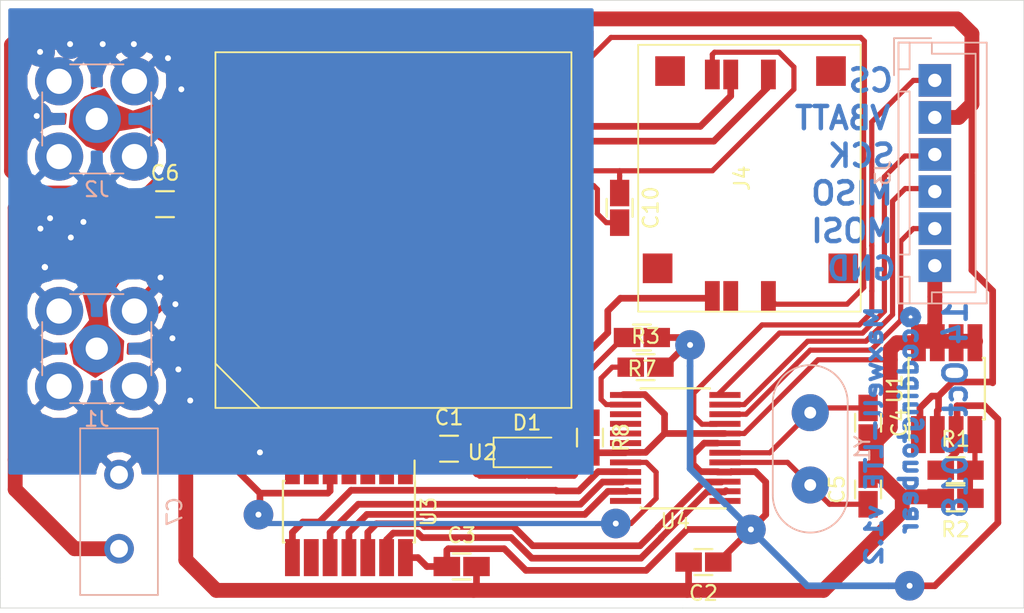
<source format=kicad_pcb>
(kicad_pcb (version 20171130) (host pcbnew 6.0.0-rc1-unknown-a02e83e~66~ubuntu18.04.1)

  (general
    (thickness 1.6)
    (drawings 20)
    (tracks 394)
    (zones 0)
    (modules 23)
    (nets 29)
  )

  (page A4)
  (layers
    (0 F.Cu signal)
    (31 B.Cu signal)
    (32 B.Adhes user)
    (33 F.Adhes user)
    (34 B.Paste user)
    (35 F.Paste user)
    (36 B.SilkS user)
    (37 F.SilkS user)
    (38 B.Mask user)
    (39 F.Mask user)
    (40 Dwgs.User user)
    (41 Cmts.User user)
    (42 Eco1.User user)
    (43 Eco2.User user)
    (44 Edge.Cuts user)
    (45 Margin user)
    (46 B.CrtYd user)
    (47 F.CrtYd user)
    (48 B.Fab user)
    (49 F.Fab user)
  )

  (setup
    (last_trace_width 0.35)
    (user_trace_width 0.5)
    (user_trace_width 1)
    (trace_clearance 0.18)
    (zone_clearance 0.208)
    (zone_45_only no)
    (trace_min 0.2)
    (via_size 2)
    (via_drill 0.4)
    (via_min_size 0.4)
    (via_min_drill 0.3)
    (uvia_size 0.3)
    (uvia_drill 0.1)
    (uvias_allowed no)
    (uvia_min_size 0.2)
    (uvia_min_drill 0.1)
    (edge_width 0.05)
    (segment_width 0.2)
    (pcb_text_width 0.3)
    (pcb_text_size 1.5 1.5)
    (mod_edge_width 0.12)
    (mod_text_size 1 1)
    (mod_text_width 0.15)
    (pad_size 2 2)
    (pad_drill 1.2)
    (pad_to_mask_clearance 0.051)
    (solder_mask_min_width 0.35)
    (aux_axis_origin 88 101)
    (visible_elements FFFFFF7F)
    (pcbplotparams
      (layerselection 0x010fc_ffffffff)
      (usegerberextensions false)
      (usegerberattributes false)
      (usegerberadvancedattributes false)
      (creategerberjobfile false)
      (excludeedgelayer true)
      (linewidth 0.100000)
      (plotframeref false)
      (viasonmask false)
      (mode 1)
      (useauxorigin false)
      (hpglpennumber 1)
      (hpglpenspeed 20)
      (hpglpendiameter 15.000000)
      (psnegative false)
      (psa4output false)
      (plotreference true)
      (plotvalue true)
      (plotinvisibletext false)
      (padsonsilk false)
      (subtractmaskfromsilk false)
      (outputformat 1)
      (mirror false)
      (drillshape 1)
      (scaleselection 1)
      (outputdirectory ""))
  )

  (net 0 "")
  (net 1 GND)
  (net 2 +3V3)
  (net 3 "Net-(C4-Pad1)")
  (net 4 "Net-(C5-Pad1)")
  (net 5 CS)
  (net 6 +BATT)
  (net 7 SCK)
  (net 8 MISO)
  (net 9 MOSI)
  (net 10 "Net-(J4-Pad7)")
  (net 11 "Net-(J4-Pad3)")
  (net 12 "Net-(J4-Pad2)")
  (net 13 "Net-(R1-Pad2)")
  (net 14 "Net-(R3-Pad1)")
  (net 15 "Net-(U3-Pad13)")
  (net 16 "Net-(U3-Pad12)")
  (net 17 "Net-(U3-Pad11)")
  (net 18 "Net-(U3-Pad10)")
  (net 19 PWRKEY)
  (net 20 /LTE_ANT)
  (net 21 /GPS_ANT)
  (net 22 /LTE_DI_L)
  (net 23 /LTE_DO_L)
  (net 24 /LTE_DTR_L)
  (net 25 "Net-(C10-Pad1)")
  (net 26 EN_OUTPUT)
  (net 27 +1V8)
  (net 28 "Net-(D1-Pad2)")

  (net_class Default "This is the default net class."
    (clearance 0.18)
    (trace_width 0.35)
    (via_dia 2)
    (via_drill 0.4)
    (uvia_dia 0.3)
    (uvia_drill 0.1)
    (add_net +1V8)
    (add_net /LTE_DI_L)
    (add_net /LTE_DO_L)
    (add_net /LTE_DTR_L)
    (add_net CS)
    (add_net EN_OUTPUT)
    (add_net MISO)
    (add_net MOSI)
    (add_net "Net-(C10-Pad1)")
    (add_net "Net-(C4-Pad1)")
    (add_net "Net-(C5-Pad1)")
    (add_net "Net-(D1-Pad2)")
    (add_net "Net-(J4-Pad2)")
    (add_net "Net-(J4-Pad3)")
    (add_net "Net-(J4-Pad7)")
    (add_net "Net-(R1-Pad2)")
    (add_net "Net-(R3-Pad1)")
    (add_net "Net-(U3-Pad10)")
    (add_net "Net-(U3-Pad11)")
    (add_net "Net-(U3-Pad12)")
    (add_net "Net-(U3-Pad13)")
    (add_net PWRKEY)
    (add_net SCK)
  )

  (net_class Power ""
    (clearance 0.18)
    (trace_width 0.45)
    (via_dia 2)
    (via_drill 0.4)
    (uvia_dia 0.3)
    (uvia_drill 0.1)
    (add_net +3V3)
    (add_net +BATT)
    (add_net GND)
  )

  (net_class RF ""
    (clearance 0.18)
    (trace_width 2.8)
    (via_dia 2)
    (via_drill 0.4)
    (uvia_dia 0.3)
    (uvia_drill 0.1)
    (add_net /GPS_ANT)
    (add_net /LTE_ANT)
  )

  (module coddingtonbear:D_SOD-123_LargePads (layer F.Cu) (tedit 5BC29C7F) (tstamp 5BC38564)
    (at 123.5 90.5)
    (descr SOD-123)
    (tags SOD-123)
    (path /5BDAAFFC)
    (attr smd)
    (fp_text reference D1 (at 0 -2) (layer F.SilkS)
      (effects (font (size 1 1) (thickness 0.15)))
    )
    (fp_text value 1N4148W (at 0 2.1) (layer F.Fab)
      (effects (font (size 1 1) (thickness 0.15)))
    )
    (fp_text user %R (at 0 -2) (layer F.Fab)
      (effects (font (size 1 1) (thickness 0.15)))
    )
    (fp_line (start -2.25 -1) (end -2.25 1) (layer F.SilkS) (width 0.12))
    (fp_line (start 0.25 0) (end 0.75 0) (layer F.Fab) (width 0.1))
    (fp_line (start 0.25 0.4) (end -0.35 0) (layer F.Fab) (width 0.1))
    (fp_line (start 0.25 -0.4) (end 0.25 0.4) (layer F.Fab) (width 0.1))
    (fp_line (start -0.35 0) (end 0.25 -0.4) (layer F.Fab) (width 0.1))
    (fp_line (start -0.35 0) (end -0.35 0.55) (layer F.Fab) (width 0.1))
    (fp_line (start -0.35 0) (end -0.35 -0.55) (layer F.Fab) (width 0.1))
    (fp_line (start -0.75 0) (end -0.35 0) (layer F.Fab) (width 0.1))
    (fp_line (start -1.4 0.9) (end -1.4 -0.9) (layer F.Fab) (width 0.1))
    (fp_line (start 1.4 0.9) (end -1.4 0.9) (layer F.Fab) (width 0.1))
    (fp_line (start 1.4 -0.9) (end 1.4 0.9) (layer F.Fab) (width 0.1))
    (fp_line (start -1.4 -0.9) (end 1.4 -0.9) (layer F.Fab) (width 0.1))
    (fp_line (start -2.35 -1.15) (end 2.35 -1.15) (layer F.CrtYd) (width 0.05))
    (fp_line (start 2.35 -1.15) (end 2.35 1.15) (layer F.CrtYd) (width 0.05))
    (fp_line (start 2.35 1.15) (end -2.35 1.15) (layer F.CrtYd) (width 0.05))
    (fp_line (start -2.35 -1.15) (end -2.35 1.15) (layer F.CrtYd) (width 0.05))
    (fp_line (start -2.25 1) (end 1.65 1) (layer F.SilkS) (width 0.12))
    (fp_line (start -2.25 -1) (end 1.65 -1) (layer F.SilkS) (width 0.12))
    (pad 1 smd rect (at -1.65 0) (size 2.5 2.5) (layers F.Cu F.Paste F.Mask)
      (net 27 +1V8))
    (pad 2 smd rect (at 1.65 0) (size 2.5 2.5) (layers F.Cu F.Paste F.Mask)
      (net 28 "Net-(D1-Pad2)"))
    (model ${KISYS3DMOD}/Diode_SMD.3dshapes/D_SOD-123.wrl
      (at (xyz 0 0 0))
      (scale (xyz 1 1 1))
      (rotate (xyz 0 0 0))
    )
  )

  (module coddingtonbear:SOIC-8_3.9x4.9mm_P1.27mm_LargePads (layer F.Cu) (tedit 5BC29027) (tstamp 5BB9F602)
    (at 151.8 86.2 90)
    (descr "8-Lead Plastic Small Outline (SN) - Narrow, 3.90 mm Body [SOIC] (see Microchip Packaging Specification 00000049BS.pdf)")
    (tags "SOIC 1.27")
    (path /5BB9F400)
    (attr smd)
    (fp_text reference U1 (at 0 -3.5 90) (layer F.SilkS)
      (effects (font (size 1 1) (thickness 0.15)))
    )
    (fp_text value MIC5209-ADJ (at 0 3.5 90) (layer F.Fab)
      (effects (font (size 1 1) (thickness 0.15)))
    )
    (fp_text user %R (at 0 0 90) (layer F.Fab)
      (effects (font (size 1 1) (thickness 0.15)))
    )
    (fp_line (start -0.95 -2.45) (end 1.95 -2.45) (layer F.Fab) (width 0.1))
    (fp_line (start 1.95 -2.45) (end 1.95 2.45) (layer F.Fab) (width 0.1))
    (fp_line (start 1.95 2.45) (end -1.95 2.45) (layer F.Fab) (width 0.1))
    (fp_line (start -1.95 2.45) (end -1.95 -1.45) (layer F.Fab) (width 0.1))
    (fp_line (start -1.95 -1.45) (end -0.95 -2.45) (layer F.Fab) (width 0.1))
    (fp_line (start -3.73 -2.7) (end -3.73 2.7) (layer F.CrtYd) (width 0.05))
    (fp_line (start 3.73 -2.7) (end 3.73 2.7) (layer F.CrtYd) (width 0.05))
    (fp_line (start -3.73 -2.7) (end 3.73 -2.7) (layer F.CrtYd) (width 0.05))
    (fp_line (start -3.73 2.7) (end 3.73 2.7) (layer F.CrtYd) (width 0.05))
    (fp_line (start -2.075 -2.575) (end -2.075 -2.525) (layer F.SilkS) (width 0.15))
    (fp_line (start 2.075 -2.575) (end 2.075 -2.43) (layer F.SilkS) (width 0.15))
    (fp_line (start 2.075 2.575) (end 2.075 2.43) (layer F.SilkS) (width 0.15))
    (fp_line (start -2.075 2.575) (end -2.075 2.43) (layer F.SilkS) (width 0.15))
    (fp_line (start -2.075 -2.575) (end 2.075 -2.575) (layer F.SilkS) (width 0.15))
    (fp_line (start -2.075 2.575) (end 2.075 2.575) (layer F.SilkS) (width 0.15))
    (fp_line (start -2.075 -2.525) (end -3.475 -2.525) (layer F.SilkS) (width 0.15))
    (pad 1 smd rect (at -3.1 -1.905 90) (size 2.5 1) (layers F.Cu F.Paste F.Mask)
      (net 6 +BATT))
    (pad 2 smd rect (at -3.1 -0.635 90) (size 2.5 1) (layers F.Cu F.Paste F.Mask)
      (net 6 +BATT))
    (pad 3 smd rect (at -3.1 0.635 90) (size 2.5 1) (layers F.Cu F.Paste F.Mask)
      (net 2 +3V3))
    (pad 4 smd rect (at -3.1 1.905 90) (size 2.5 1) (layers F.Cu F.Paste F.Mask)
      (net 13 "Net-(R1-Pad2)"))
    (pad 5 smd rect (at 3.1 1.905 90) (size 2.5 1) (layers F.Cu F.Paste F.Mask)
      (net 1 GND))
    (pad 6 smd rect (at 3.1 0.635 90) (size 2.5 1) (layers F.Cu F.Paste F.Mask)
      (net 1 GND))
    (pad 7 smd rect (at 3.1 -0.635 90) (size 2.5 1) (layers F.Cu F.Paste F.Mask)
      (net 1 GND))
    (pad 8 smd rect (at 3.1 -1.905 90) (size 2.5 1) (layers F.Cu F.Paste F.Mask)
      (net 1 GND))
    (model ${KISYS3DMOD}/Package_SO.3dshapes/SOIC-8_3.9x4.9mm_P1.27mm.wrl
      (at (xyz 0 0 0))
      (scale (xyz 1 1 1))
      (rotate (xyz 0 0 0))
    )
  )

  (module coddingtonbear:SOIC-14_3.9x8.7mm_P1.27mm_LargePads (layer F.Cu) (tedit 5BC28F44) (tstamp 5BB9F625)
    (at 111.5 94.5 270)
    (descr "14-Lead Plastic Small Outline (SL) - Narrow, 3.90 mm Body [SOIC] (see Microchip Packaging Specification 00000049BS.pdf)")
    (tags "SOIC 1.27")
    (path /5BB9C6DD)
    (attr smd)
    (fp_text reference U3 (at 0 -5.375 270) (layer F.SilkS)
      (effects (font (size 1 1) (thickness 0.15)))
    )
    (fp_text value TXB0104D (at 0 5.375 270) (layer F.Fab)
      (effects (font (size 1 1) (thickness 0.15)))
    )
    (fp_text user %R (at 0 0 270) (layer F.Fab)
      (effects (font (size 0.9 0.9) (thickness 0.135)))
    )
    (fp_line (start -0.95 -4.35) (end 1.95 -4.35) (layer F.Fab) (width 0.15))
    (fp_line (start 1.95 -4.35) (end 1.95 4.35) (layer F.Fab) (width 0.15))
    (fp_line (start 1.95 4.35) (end -1.95 4.35) (layer F.Fab) (width 0.15))
    (fp_line (start -1.95 4.35) (end -1.95 -3.35) (layer F.Fab) (width 0.15))
    (fp_line (start -1.95 -3.35) (end -0.95 -4.35) (layer F.Fab) (width 0.15))
    (fp_line (start -3.7 -4.65) (end -3.7 4.65) (layer F.CrtYd) (width 0.05))
    (fp_line (start 3.7 -4.65) (end 3.7 4.65) (layer F.CrtYd) (width 0.05))
    (fp_line (start -3.7 -4.65) (end 3.7 -4.65) (layer F.CrtYd) (width 0.05))
    (fp_line (start -3.7 4.65) (end 3.7 4.65) (layer F.CrtYd) (width 0.05))
    (fp_line (start -2.075 -4.45) (end -2.075 -4.425) (layer F.SilkS) (width 0.15))
    (fp_line (start 2.075 -4.45) (end 2.075 -4.335) (layer F.SilkS) (width 0.15))
    (fp_line (start 2.075 4.45) (end 2.075 4.335) (layer F.SilkS) (width 0.15))
    (fp_line (start -2.075 4.45) (end -2.075 4.335) (layer F.SilkS) (width 0.15))
    (fp_line (start -2.075 -4.45) (end 2.075 -4.45) (layer F.SilkS) (width 0.15))
    (fp_line (start -2.075 4.45) (end 2.075 4.45) (layer F.SilkS) (width 0.15))
    (fp_line (start -2.075 -4.425) (end -3.45 -4.425) (layer F.SilkS) (width 0.15))
    (pad 1 smd rect (at -3.1 -3.81 270) (size 2.5 1) (layers F.Cu F.Paste F.Mask)
      (net 27 +1V8))
    (pad 2 smd rect (at -3.1 -2.54 270) (size 2.5 1) (layers F.Cu F.Paste F.Mask)
      (net 22 /LTE_DI_L))
    (pad 3 smd rect (at -3.1 -1.27 270) (size 2.5 1) (layers F.Cu F.Paste F.Mask)
      (net 23 /LTE_DO_L))
    (pad 4 smd rect (at -3.1 0 270) (size 2.5 1) (layers F.Cu F.Paste F.Mask)
      (net 24 /LTE_DTR_L))
    (pad 5 smd rect (at -3.1 1.27 270) (size 2.5 1) (layers F.Cu F.Paste F.Mask)
      (net 19 PWRKEY))
    (pad 6 smd rect (at -3.1 2.54 270) (size 2.5 1) (layers F.Cu F.Paste F.Mask))
    (pad 7 smd rect (at -3.1 3.81 270) (size 2.5 1) (layers F.Cu F.Paste F.Mask)
      (net 1 GND))
    (pad 8 smd rect (at 3.1 3.81 270) (size 2.5 1) (layers F.Cu F.Paste F.Mask)
      (net 26 EN_OUTPUT))
    (pad 9 smd rect (at 3.1 2.54 270) (size 2.5 1) (layers F.Cu F.Paste F.Mask))
    (pad 10 smd rect (at 3.1 1.27 270) (size 2.5 1) (layers F.Cu F.Paste F.Mask)
      (net 18 "Net-(U3-Pad10)"))
    (pad 11 smd rect (at 3.1 0 270) (size 2.5 1) (layers F.Cu F.Paste F.Mask)
      (net 17 "Net-(U3-Pad11)"))
    (pad 12 smd rect (at 3.1 -1.27 270) (size 2.5 1) (layers F.Cu F.Paste F.Mask)
      (net 16 "Net-(U3-Pad12)"))
    (pad 13 smd rect (at 3.1 -2.54 270) (size 2.5 1) (layers F.Cu F.Paste F.Mask)
      (net 15 "Net-(U3-Pad13)"))
    (pad 14 smd rect (at 3.1 -3.81 270) (size 2.5 1) (layers F.Cu F.Paste F.Mask)
      (net 2 +3V3))
    (model ${KISYS3DMOD}/Package_SO.3dshapes/SOIC-14_3.9x8.7mm_P1.27mm.wrl
      (at (xyz 0 0 0))
      (scale (xyz 1 1 1))
      (rotate (xyz 0 0 0))
    )
  )

  (module Capacitor_THT:C_Disc_D11.0mm_W5.0mm_P5.00mm (layer B.Cu) (tedit 5BC2A07A) (tstamp 5BC34D16)
    (at 96 97 90)
    (descr "C, Disc series, Radial, pin pitch=5.00mm, , diameter*width=11*5.0mm^2, Capacitor, http://www.vishay.com/docs/28535/vy2series.pdf")
    (tags "C Disc series Radial pin pitch 5.00mm  diameter 11mm width 5.0mm Capacitor")
    (path /5BCFB050)
    (fp_text reference C7 (at 2.5 3.75 90) (layer B.SilkS)
      (effects (font (size 1 1) (thickness 0.15)) (justify mirror))
    )
    (fp_text value "0.1 / FG0H104ZF" (at 2.5 -3.75 90) (layer B.Fab)
      (effects (font (size 1 1) (thickness 0.15)) (justify mirror))
    )
    (fp_text user %R (at 2.5 0 90) (layer B.Fab)
      (effects (font (size 1 1) (thickness 0.15)) (justify mirror))
    )
    (fp_line (start 8.25 2.75) (end -3.25 2.75) (layer B.CrtYd) (width 0.05))
    (fp_line (start 8.25 -2.75) (end 8.25 2.75) (layer B.CrtYd) (width 0.05))
    (fp_line (start -3.25 -2.75) (end 8.25 -2.75) (layer B.CrtYd) (width 0.05))
    (fp_line (start -3.25 2.75) (end -3.25 -2.75) (layer B.CrtYd) (width 0.05))
    (fp_line (start 8.12 2.62) (end 8.12 -2.62) (layer B.SilkS) (width 0.12))
    (fp_line (start -3.12 2.62) (end -3.12 -2.62) (layer B.SilkS) (width 0.12))
    (fp_line (start -3.12 -2.62) (end 8.12 -2.62) (layer B.SilkS) (width 0.12))
    (fp_line (start -3.12 2.62) (end 8.12 2.62) (layer B.SilkS) (width 0.12))
    (fp_line (start 8 2.5) (end -3 2.5) (layer B.Fab) (width 0.1))
    (fp_line (start 8 -2.5) (end 8 2.5) (layer B.Fab) (width 0.1))
    (fp_line (start -3 -2.5) (end 8 -2.5) (layer B.Fab) (width 0.1))
    (fp_line (start -3 2.5) (end -3 -2.5) (layer B.Fab) (width 0.1))
    (pad 2 thru_hole circle (at 5 0 90) (size 2 2) (drill 1.2) (layers *.Cu *.Mask)
      (net 1 GND))
    (pad 1 thru_hole circle (at 0 0 90) (size 2 2) (drill 1.2) (layers *.Cu *.Mask)
      (net 6 +BATT))
    (model ${KISYS3DMOD}/Capacitor_THT.3dshapes/C_Disc_D11.0mm_W5.0mm_P5.00mm.wrl
      (at (xyz 0 0 0))
      (scale (xyz 1 1 1))
      (rotate (xyz 0 0 0))
    )
  )

  (module coddingtonbear:78800-0001 (layer F.Cu) (tedit 5BC281A8) (tstamp 5BB9F5CD)
    (at 139 72 270)
    (path /5BBD8183)
    (fp_text reference J4 (at 0 1 270) (layer F.SilkS)
      (effects (font (size 1 1) (thickness 0.15)))
    )
    (fp_text value SIM_Card (at 0 -2 270) (layer F.Fab)
      (effects (font (size 1 1) (thickness 0.15)))
    )
    (fp_line (start 9 8) (end 9 -7) (layer F.SilkS) (width 0.12))
    (fp_line (start -9 8) (end 9 8) (layer F.SilkS) (width 0.12))
    (fp_line (start -9 -7) (end -9 8) (layer F.SilkS) (width 0.12))
    (fp_line (start 9 -7) (end -9 -7) (layer F.SilkS) (width 0.12))
    (pad "" smd rect (at -7.23 5.85 270) (size 2 2) (layers F.Cu F.Paste F.Mask))
    (pad "" smd rect (at -7.23 -5 270) (size 2 2) (layers F.Cu F.Paste F.Mask))
    (pad "" smd rect (at 6.08 -5.83 270) (size 2 2) (layers F.Cu F.Paste F.Mask))
    (pad "" smd rect (at 6.08 6.69 270) (size 2 2) (layers F.Cu F.Paste F.Mask))
    (pad 7 smd rect (at 7.94 -0.78 270) (size 2 1) (layers F.Cu F.Paste F.Mask)
      (net 10 "Net-(J4-Pad7)"))
    (pad 6 smd rect (at 7.94 1.76 270) (size 2 1) (layers F.Cu F.Paste F.Mask))
    (pad 5 smd rect (at 7.94 3 270) (size 2 1) (layers F.Cu F.Paste F.Mask)
      (net 1 GND))
    (pad 3 smd rect (at -7 -0.78 270) (size 2 1) (layers F.Cu F.Paste F.Mask)
      (net 11 "Net-(J4-Pad3)"))
    (pad 2 smd rect (at -7 1.76 270) (size 2 1) (layers F.Cu F.Paste F.Mask)
      (net 12 "Net-(J4-Pad2)"))
    (pad 1 smd rect (at -7 3 270) (size 2 1) (layers F.Cu F.Paste F.Mask)
      (net 25 "Net-(C10-Pad1)"))
  )

  (module coddingtonbear:0805_Milling (layer F.Cu) (tedit 5A864972) (tstamp 5BC2FD75)
    (at 127.75 89.5 270)
    (descr "Resistor SMD 0805, reflow soldering, Vishay (see dcrcw.pdf)")
    (tags "resistor 0805")
    (path /5BC5A95F)
    (attr smd)
    (fp_text reference R8 (at 0 -2.1 270) (layer F.SilkS)
      (effects (font (size 1 1) (thickness 0.15)))
    )
    (fp_text value 3.6k (at 0 2.1 270) (layer F.Fab)
      (effects (font (size 1 1) (thickness 0.15)))
    )
    (fp_line (start 0.6 0.875) (end -0.6 0.875) (layer F.SilkS) (width 0.15))
    (fp_line (start -0.6 -0.875) (end 0.6 -0.875) (layer F.SilkS) (width 0.15))
    (pad 1 smd rect (at -1 0 270) (size 1.79 1.3) (layers F.Cu F.Paste F.Mask)
      (net 28 "Net-(D1-Pad2)"))
    (pad 2 smd rect (at 1 0 270) (size 1.79 1.3) (layers F.Cu F.Paste F.Mask)
      (net 1 GND))
    (model Resistors_SMD.3dshapes/R_0805.wrl
      (at (xyz 0 0 0))
      (scale (xyz 1 1 1))
      (rotate (xyz 0 0 0))
    )
  )

  (module coddingtonbear:0805_Milling (layer F.Cu) (tedit 5A864972) (tstamp 5BC2FD6D)
    (at 131.25 82.75 180)
    (descr "Resistor SMD 0805, reflow soldering, Vishay (see dcrcw.pdf)")
    (tags "resistor 0805")
    (path /5BC58077)
    (attr smd)
    (fp_text reference R7 (at 0 -2.1 180) (layer F.SilkS)
      (effects (font (size 1 1) (thickness 0.15)))
    )
    (fp_text value 1k (at 0 2.1 180) (layer F.Fab)
      (effects (font (size 1 1) (thickness 0.15)))
    )
    (fp_line (start 0.6 0.875) (end -0.6 0.875) (layer F.SilkS) (width 0.15))
    (fp_line (start -0.6 -0.875) (end 0.6 -0.875) (layer F.SilkS) (width 0.15))
    (pad 1 smd rect (at -1 0 180) (size 1.79 1.3) (layers F.Cu F.Paste F.Mask)
      (net 2 +3V3))
    (pad 2 smd rect (at 1 0 180) (size 1.79 1.3) (layers F.Cu F.Paste F.Mask)
      (net 28 "Net-(D1-Pad2)"))
    (model Resistors_SMD.3dshapes/R_0805.wrl
      (at (xyz 0 0 0))
      (scale (xyz 1 1 1))
      (rotate (xyz 0 0 0))
    )
  )

  (module coddingtonbear:TSSOP-24_4.4x7.8mm_P0.65mm_LargePads (layer F.Cu) (tedit 5BC267FD) (tstamp 5BB9F650)
    (at 133.5 90.2 180)
    (descr "TSSOP24: plastic thin shrink small outline package; 24 leads; body width 4.4 mm; (see NXP SSOP-TSSOP-VSO-REFLOW.pdf and sot355-1_po.pdf)")
    (tags "SSOP 0.65")
    (path /5BB9AD73)
    (attr smd)
    (fp_text reference U4 (at 0 -4.95 180) (layer F.SilkS)
      (effects (font (size 1 1) (thickness 0.15)))
    )
    (fp_text value SC16IS750IPW (at 0 4.95 180) (layer F.Fab)
      (effects (font (size 1 1) (thickness 0.15)))
    )
    (fp_line (start -1.2 -3.9) (end 2.2 -3.9) (layer F.Fab) (width 0.15))
    (fp_line (start 2.2 -3.9) (end 2.2 3.9) (layer F.Fab) (width 0.15))
    (fp_line (start 2.2 3.9) (end -2.2 3.9) (layer F.Fab) (width 0.15))
    (fp_line (start -2.2 3.9) (end -2.2 -2.9) (layer F.Fab) (width 0.15))
    (fp_line (start -2.2 -2.9) (end -1.2 -3.9) (layer F.Fab) (width 0.15))
    (fp_line (start -3.65 -4.2) (end -3.65 4.2) (layer F.CrtYd) (width 0.05))
    (fp_line (start 3.65 -4.2) (end 3.65 4.2) (layer F.CrtYd) (width 0.05))
    (fp_line (start -3.65 -4.2) (end 3.65 -4.2) (layer F.CrtYd) (width 0.05))
    (fp_line (start -3.65 4.2) (end 3.65 4.2) (layer F.CrtYd) (width 0.05))
    (fp_line (start 2.325 -4.025) (end 2.325 -4) (layer F.SilkS) (width 0.15))
    (fp_line (start 2.325 4.025) (end 2.325 4) (layer F.SilkS) (width 0.15))
    (fp_line (start -2.325 4.025) (end -2.325 4) (layer F.SilkS) (width 0.15))
    (fp_line (start -3.4 -4.075) (end 2.325 -4.075) (layer F.SilkS) (width 0.15))
    (fp_line (start -2.325 4.025) (end 2.325 4.025) (layer F.SilkS) (width 0.15))
    (fp_text user %R (at 0 0 180) (layer F.Fab)
      (effects (font (size 0.8 0.8) (thickness 0.15)))
    )
    (pad 1 smd rect (at -3.35 -3.575 180) (size 2.1 0.4) (layers F.Cu F.Paste F.Mask))
    (pad 2 smd rect (at -3.35 -2.925 180) (size 2.1 0.4) (layers F.Cu F.Paste F.Mask)
      (net 15 "Net-(U3-Pad13)"))
    (pad 3 smd rect (at -3.35 -2.275 180) (size 2.1 0.4) (layers F.Cu F.Paste F.Mask)
      (net 16 "Net-(U3-Pad12)"))
    (pad 4 smd rect (at -3.35 -1.625 180) (size 2.1 0.4) (layers F.Cu F.Paste F.Mask)
      (net 2 +3V3))
    (pad 5 smd rect (at -3.35 -0.975 180) (size 2.1 0.4) (layers F.Cu F.Paste F.Mask)
      (net 4 "Net-(C5-Pad1)"))
    (pad 6 smd rect (at -3.35 -0.325 180) (size 2.1 0.4) (layers F.Cu F.Paste F.Mask)
      (net 3 "Net-(C4-Pad1)"))
    (pad 7 smd rect (at -3.35 0.325 180) (size 2.1 0.4) (layers F.Cu F.Paste F.Mask)
      (net 2 +3V3))
    (pad 8 smd rect (at -3.35 0.975 180) (size 2.1 0.4) (layers F.Cu F.Paste F.Mask)
      (net 1 GND))
    (pad 9 smd rect (at -3.35 1.625 180) (size 2.1 0.4) (layers F.Cu F.Paste F.Mask)
      (net 5 CS))
    (pad 10 smd rect (at -3.35 2.275 180) (size 2.1 0.4) (layers F.Cu F.Paste F.Mask)
      (net 9 MOSI))
    (pad 11 smd rect (at -3.35 2.925 180) (size 2.1 0.4) (layers F.Cu F.Paste F.Mask)
      (net 8 MISO))
    (pad 12 smd rect (at -3.35 3.575 180) (size 2.1 0.4) (layers F.Cu F.Paste F.Mask)
      (net 7 SCK))
    (pad 13 smd rect (at 3.35 3.575 180) (size 2.1 0.4) (layers F.Cu F.Paste F.Mask)
      (net 1 GND))
    (pad 14 smd rect (at 3.35 2.925 180) (size 2.1 0.4) (layers F.Cu F.Paste F.Mask)
      (net 14 "Net-(R3-Pad1)"))
    (pad 15 smd rect (at 3.35 2.275 180) (size 2.1 0.4) (layers F.Cu F.Paste F.Mask))
    (pad 16 smd rect (at 3.35 1.625 180) (size 2.1 0.4) (layers F.Cu F.Paste F.Mask))
    (pad 17 smd rect (at 3.35 0.975 180) (size 2.1 0.4) (layers F.Cu F.Paste F.Mask))
    (pad 18 smd rect (at 3.35 0.325 180) (size 2.1 0.4) (layers F.Cu F.Paste F.Mask))
    (pad 19 smd rect (at 3.35 -0.325 180) (size 2.1 0.4) (layers F.Cu F.Paste F.Mask)
      (net 1 GND))
    (pad 20 smd rect (at 3.35 -0.975 180) (size 2.1 0.4) (layers F.Cu F.Paste F.Mask)
      (net 19 PWRKEY))
    (pad 21 smd rect (at 3.35 -1.625 180) (size 2.1 0.4) (layers F.Cu F.Paste F.Mask)
      (net 26 EN_OUTPUT))
    (pad 22 smd rect (at 3.35 -2.275 180) (size 2.1 0.4) (layers F.Cu F.Paste F.Mask)
      (net 18 "Net-(U3-Pad10)"))
    (pad 23 smd rect (at 3.35 -2.925 180) (size 2.1 0.4) (layers F.Cu F.Paste F.Mask)
      (net 17 "Net-(U3-Pad11)"))
    (pad 24 smd rect (at 3.35 -3.575 180) (size 2.1 0.4) (layers F.Cu F.Paste F.Mask))
    (model ${KISYS3DMOD}/Package_SO.3dshapes/TSSOP-24_4.4x7.8mm_P0.65mm.wrl
      (at (xyz 0 0 0))
      (scale (xyz 1 1 1))
      (rotate (xyz 0 0 0))
    )
  )

  (module coddingtonbear:SMA_Amphenol_132134_Vertical_Largepads (layer B.Cu) (tedit 5BC266A7) (tstamp 5BB9F58E)
    (at 94.5 68)
    (descr https://www.amphenolrf.com/downloads/dl/file/id/2187/product/2843/132134_customer_drawing.pdf)
    (tags "SMA THT Female Jack Vertical ExtendedLegs")
    (path /5BB94F55)
    (fp_text reference J2 (at 0 4.75) (layer B.SilkS)
      (effects (font (size 1 1) (thickness 0.15)) (justify mirror))
    )
    (fp_text value GPS (at 0 -5) (layer B.Fab)
      (effects (font (size 1 1) (thickness 0.15)) (justify mirror))
    )
    (fp_circle (center 0 0) (end 3.175 0) (layer B.Fab) (width 0.1))
    (fp_line (start 4.17 -4.17) (end -4.17 -4.17) (layer B.CrtYd) (width 0.05))
    (fp_line (start 4.17 -4.17) (end 4.17 4.17) (layer B.CrtYd) (width 0.05))
    (fp_line (start -4.17 4.17) (end -4.17 -4.17) (layer B.CrtYd) (width 0.05))
    (fp_line (start -4.17 4.17) (end 4.17 4.17) (layer B.CrtYd) (width 0.05))
    (fp_line (start -3.5 3.5) (end 3.5 3.5) (layer B.Fab) (width 0.1))
    (fp_line (start -3.5 3.5) (end -3.5 -3.5) (layer B.Fab) (width 0.1))
    (fp_line (start -3.5 -3.5) (end 3.5 -3.5) (layer B.Fab) (width 0.1))
    (fp_line (start 3.5 3.5) (end 3.5 -3.5) (layer B.Fab) (width 0.1))
    (fp_line (start -3.68 1.8) (end -3.68 -1.8) (layer B.SilkS) (width 0.12))
    (fp_line (start 3.68 1.8) (end 3.68 -1.8) (layer B.SilkS) (width 0.12))
    (fp_line (start -1.8 -3.68) (end 1.8 -3.68) (layer B.SilkS) (width 0.12))
    (fp_line (start -1.8 3.68) (end 1.8 3.68) (layer B.SilkS) (width 0.12))
    (fp_text user %R (at 0 0) (layer B.Fab)
      (effects (font (size 1 1) (thickness 0.15)) (justify mirror))
    )
    (pad 1 thru_hole circle (at 0 0) (size 3.25 3.25) (drill 1.5) (layers *.Cu *.Mask)
      (net 21 /GPS_ANT))
    (pad 2 thru_hole circle (at 2.54 -2.54) (size 3.25 3.25) (drill 1.7) (layers *.Cu *.Mask)
      (net 1 GND))
    (pad 2 thru_hole circle (at 2.54 2.54) (size 3.25 3.25) (drill 1.7) (layers *.Cu *.Mask)
      (net 1 GND))
    (pad 2 thru_hole circle (at -2.54 2.54) (size 3.25 3.25) (drill 1.7) (layers *.Cu *.Mask)
      (net 1 GND))
    (pad 2 thru_hole circle (at -2.54 -2.54) (size 3.25 3.25) (drill 1.7) (layers *.Cu *.Mask)
      (net 1 GND))
    (model ${KISYS3DMOD}/Connector_Coaxial.3dshapes/SMA_Amphenol_132134_Vertical.wrl
      (at (xyz 0 0 0))
      (scale (xyz 1 1 1))
      (rotate (xyz 0 0 0))
    )
  )

  (module coddingtonbear:SMA_Amphenol_132134_Vertical_Largepads (layer B.Cu) (tedit 5BC266A7) (tstamp 5BB9F577)
    (at 94.5 83.5)
    (descr https://www.amphenolrf.com/downloads/dl/file/id/2187/product/2843/132134_customer_drawing.pdf)
    (tags "SMA THT Female Jack Vertical ExtendedLegs")
    (path /5BB94EB6)
    (fp_text reference J1 (at 0 4.75) (layer B.SilkS)
      (effects (font (size 1 1) (thickness 0.15)) (justify mirror))
    )
    (fp_text value LTE (at 0 -5) (layer B.Fab)
      (effects (font (size 1 1) (thickness 0.15)) (justify mirror))
    )
    (fp_circle (center 0 0) (end 3.175 0) (layer B.Fab) (width 0.1))
    (fp_line (start 4.17 -4.17) (end -4.17 -4.17) (layer B.CrtYd) (width 0.05))
    (fp_line (start 4.17 -4.17) (end 4.17 4.17) (layer B.CrtYd) (width 0.05))
    (fp_line (start -4.17 4.17) (end -4.17 -4.17) (layer B.CrtYd) (width 0.05))
    (fp_line (start -4.17 4.17) (end 4.17 4.17) (layer B.CrtYd) (width 0.05))
    (fp_line (start -3.5 3.5) (end 3.5 3.5) (layer B.Fab) (width 0.1))
    (fp_line (start -3.5 3.5) (end -3.5 -3.5) (layer B.Fab) (width 0.1))
    (fp_line (start -3.5 -3.5) (end 3.5 -3.5) (layer B.Fab) (width 0.1))
    (fp_line (start 3.5 3.5) (end 3.5 -3.5) (layer B.Fab) (width 0.1))
    (fp_line (start -3.68 1.8) (end -3.68 -1.8) (layer B.SilkS) (width 0.12))
    (fp_line (start 3.68 1.8) (end 3.68 -1.8) (layer B.SilkS) (width 0.12))
    (fp_line (start -1.8 -3.68) (end 1.8 -3.68) (layer B.SilkS) (width 0.12))
    (fp_line (start -1.8 3.68) (end 1.8 3.68) (layer B.SilkS) (width 0.12))
    (fp_text user %R (at 0 0) (layer B.Fab)
      (effects (font (size 1 1) (thickness 0.15)) (justify mirror))
    )
    (pad 1 thru_hole circle (at 0 0) (size 3.25 3.25) (drill 1.5) (layers *.Cu *.Mask)
      (net 20 /LTE_ANT))
    (pad 2 thru_hole circle (at 2.54 -2.54) (size 3.25 3.25) (drill 1.7) (layers *.Cu *.Mask)
      (net 1 GND))
    (pad 2 thru_hole circle (at 2.54 2.54) (size 3.25 3.25) (drill 1.7) (layers *.Cu *.Mask)
      (net 1 GND))
    (pad 2 thru_hole circle (at -2.54 2.54) (size 3.25 3.25) (drill 1.7) (layers *.Cu *.Mask)
      (net 1 GND))
    (pad 2 thru_hole circle (at -2.54 -2.54) (size 3.25 3.25) (drill 1.7) (layers *.Cu *.Mask)
      (net 1 GND))
    (model ${KISYS3DMOD}/Connector_Coaxial.3dshapes/SMA_Amphenol_132134_Vertical.wrl
      (at (xyz 0 0 0))
      (scale (xyz 1 1 1))
      (rotate (xyz 0 0 0))
    )
  )

  (module coddingtonbear:0805_Milling (layer F.Cu) (tedit 5A864972) (tstamp 5BBAAB22)
    (at 129.75 74 270)
    (descr "Resistor SMD 0805, reflow soldering, Vishay (see dcrcw.pdf)")
    (tags "resistor 0805")
    (path /5BC5AC1E)
    (attr smd)
    (fp_text reference C10 (at 0 -2.1 270) (layer F.SilkS)
      (effects (font (size 1 1) (thickness 0.15)))
    )
    (fp_text value 0.1u (at 0 2.1 270) (layer F.Fab)
      (effects (font (size 1 1) (thickness 0.15)))
    )
    (fp_line (start 0.6 0.875) (end -0.6 0.875) (layer F.SilkS) (width 0.15))
    (fp_line (start -0.6 -0.875) (end 0.6 -0.875) (layer F.SilkS) (width 0.15))
    (pad 1 smd rect (at -1 0 270) (size 1.79 1.3) (layers F.Cu F.Paste F.Mask)
      (net 25 "Net-(C10-Pad1)"))
    (pad 2 smd rect (at 1 0 270) (size 1.79 1.3) (layers F.Cu F.Paste F.Mask)
      (net 1 GND))
    (model Resistors_SMD.3dshapes/R_0805.wrl
      (at (xyz 0 0 0))
      (scale (xyz 1 1 1))
      (rotate (xyz 0 0 0))
    )
  )

  (module coddingtonbear:0805_Milling (layer F.Cu) (tedit 5A864972) (tstamp 5BBAA0C8)
    (at 99.1 73.75)
    (descr "Resistor SMD 0805, reflow soldering, Vishay (see dcrcw.pdf)")
    (tags "resistor 0805")
    (path /5BC2DAED)
    (attr smd)
    (fp_text reference C6 (at 0 -2.1) (layer F.SilkS)
      (effects (font (size 1 1) (thickness 0.15)))
    )
    (fp_text value 0.1u (at 0 2.1) (layer F.Fab)
      (effects (font (size 1 1) (thickness 0.15)))
    )
    (fp_line (start 0.6 0.875) (end -0.6 0.875) (layer F.SilkS) (width 0.15))
    (fp_line (start -0.6 -0.875) (end 0.6 -0.875) (layer F.SilkS) (width 0.15))
    (pad 1 smd rect (at -1 0) (size 1.79 1.3) (layers F.Cu F.Paste F.Mask)
      (net 6 +BATT))
    (pad 2 smd rect (at 1 0) (size 1.79 1.3) (layers F.Cu F.Paste F.Mask)
      (net 1 GND))
    (model Resistors_SMD.3dshapes/R_0805.wrl
      (at (xyz 0 0 0))
      (scale (xyz 1 1 1))
      (rotate (xyz 0 0 0))
    )
  )

  (module coddingtonbear:SIM7000 (layer F.Cu) (tedit 5BBA571E) (tstamp 5BBA7278)
    (at 114.5 75.5)
    (path /5BB9E33B)
    (fp_text reference U2 (at 6 15) (layer F.SilkS)
      (effects (font (size 1 1) (thickness 0.15)))
    )
    (fp_text value SIM7000A (at 0 15) (layer F.Fab)
      (effects (font (size 1 1) (thickness 0.15)))
    )
    (fp_line (start -12 9) (end -9 12) (layer F.SilkS) (width 0.12))
    (fp_line (start -12 12) (end -12 -12) (layer F.SilkS) (width 0.12))
    (fp_line (start 12 12) (end -12 12) (layer F.SilkS) (width 0.12))
    (fp_line (start 12 -12) (end 12 12) (layer F.SilkS) (width 0.12))
    (fp_line (start -12 -12) (end 12 -12) (layer F.SilkS) (width 0.12))
    (pad "" smd rect (at -8 9.3 270) (size 2.4 2.4) (layers F.Cu F.Paste F.Mask))
    (pad "" smd rect (at 3.1 -2.5 270) (size 2.4 2.4) (layers F.Cu F.Paste F.Mask))
    (pad 68 smd rect (at -12 8 270) (size 0.8 2.5) (layers F.Cu F.Paste F.Mask))
    (pad 67 smd rect (at -12 7 270) (size 0.8 2.5) (layers F.Cu F.Paste F.Mask))
    (pad 66 smd rect (at -12 6 270) (size 0.8 2.5) (layers F.Cu F.Paste F.Mask))
    (pad 65 smd rect (at -12 5 270) (size 0.8 2.5) (layers F.Cu F.Paste F.Mask)
      (net 1 GND))
    (pad 64 smd rect (at -12 4 270) (size 0.8 2.5) (layers F.Cu F.Paste F.Mask)
      (net 1 GND))
    (pad 63 smd rect (at -12 3 270) (size 0.8 2.5) (layers F.Cu F.Paste F.Mask)
      (net 1 GND))
    (pad 62 smd rect (at -12 2 270) (size 0.8 2.5) (layers F.Cu F.Paste F.Mask)
      (net 1 GND))
    (pad 61 smd rect (at -12 1 270) (size 0.8 2.5) (layers F.Cu F.Paste F.Mask)
      (net 1 GND))
    (pad 60 smd rect (at -12 0 270) (size 0.8 2.5) (layers F.Cu F.Paste F.Mask)
      (net 20 /LTE_ANT))
    (pad 59 smd rect (at -12 -1 270) (size 0.8 2.5) (layers F.Cu F.Paste F.Mask)
      (net 1 GND))
    (pad 58 smd rect (at -12 -2 270) (size 0.8 2.5) (layers F.Cu F.Paste F.Mask)
      (net 1 GND))
    (pad 57 smd rect (at -12 -3 270) (size 0.8 2.5) (layers F.Cu F.Paste F.Mask)
      (net 6 +BATT))
    (pad 56 smd rect (at -12 -4 270) (size 0.8 2.5) (layers F.Cu F.Paste F.Mask)
      (net 6 +BATT))
    (pad 55 smd rect (at -12 -5 270) (size 0.8 2.5) (layers F.Cu F.Paste F.Mask)
      (net 6 +BATT))
    (pad 54 smd rect (at -12 -6 270) (size 0.8 2.5) (layers F.Cu F.Paste F.Mask)
      (net 1 GND))
    (pad 53 smd rect (at -12 -7 270) (size 0.8 2.5) (layers F.Cu F.Paste F.Mask)
      (net 21 /GPS_ANT))
    (pad 52 smd rect (at -12 -8 270) (size 0.8 2.5) (layers F.Cu F.Paste F.Mask))
    (pad 51 smd rect (at -8 -12) (size 0.8 2.5) (layers F.Cu F.Paste F.Mask))
    (pad 50 smd rect (at -7 -12) (size 0.8 2.5) (layers F.Cu F.Paste F.Mask))
    (pad 49 smd rect (at -6 -12) (size 0.8 2.5) (layers F.Cu F.Paste F.Mask))
    (pad 48 smd rect (at -5 -12) (size 0.8 2.5) (layers F.Cu F.Paste F.Mask))
    (pad 47 smd rect (at -4 -12) (size 0.8 2.5) (layers F.Cu F.Paste F.Mask))
    (pad 46 smd rect (at -3 -12) (size 0.8 2.5) (layers F.Cu F.Paste F.Mask)
      (net 1 GND))
    (pad 45 smd rect (at -2 -12) (size 0.8 2.5) (layers F.Cu F.Paste F.Mask)
      (net 1 GND))
    (pad 44 smd rect (at -1 -12) (size 0.8 2.5) (layers F.Cu F.Paste F.Mask))
    (pad 43 smd rect (at 0 -12) (size 0.8 2.5) (layers F.Cu F.Paste F.Mask))
    (pad 42 smd rect (at 1 -12) (size 0.8 2.5) (layers F.Cu F.Paste F.Mask))
    (pad 41 smd rect (at 2 -12) (size 0.8 2.5) (layers F.Cu F.Paste F.Mask))
    (pad 40 smd rect (at 3 -12) (size 0.8 2.5) (layers F.Cu F.Paste F.Mask))
    (pad 39 smd rect (at 4 -12) (size 0.8 2.5) (layers F.Cu F.Paste F.Mask)
      (net 1 GND))
    (pad 38 smd rect (at 5 -12) (size 0.8 2.5) (layers F.Cu F.Paste F.Mask))
    (pad 37 smd rect (at 6 -12) (size 0.8 2.5) (layers F.Cu F.Paste F.Mask))
    (pad 36 smd rect (at 7 -12) (size 0.8 2.5) (layers F.Cu F.Paste F.Mask))
    (pad 35 smd rect (at 8 -12) (size 0.8 2.5) (layers F.Cu F.Paste F.Mask))
    (pad 34 smd rect (at 12 -8 90) (size 0.8 2.5) (layers F.Cu F.Paste F.Mask))
    (pad 33 smd rect (at 12 -7 90) (size 0.8 2.5) (layers F.Cu F.Paste F.Mask)
      (net 12 "Net-(J4-Pad2)"))
    (pad 32 smd rect (at 12 -6 90) (size 0.8 2.5) (layers F.Cu F.Paste F.Mask)
      (net 11 "Net-(J4-Pad3)"))
    (pad 31 smd rect (at 12 -5 90) (size 0.8 2.5) (layers F.Cu F.Paste F.Mask)
      (net 10 "Net-(J4-Pad7)"))
    (pad 30 smd rect (at 12 -4 90) (size 0.8 2.5) (layers F.Cu F.Paste F.Mask)
      (net 25 "Net-(C10-Pad1)"))
    (pad 29 smd rect (at 12 -3 90) (size 0.8 2.5) (layers F.Cu F.Paste F.Mask)
      (net 1 GND))
    (pad 28 smd rect (at 12 -2 90) (size 0.8 2.5) (layers F.Cu F.Paste F.Mask))
    (pad 27 smd rect (at 12 -1 90) (size 0.8 2.5) (layers F.Cu F.Paste F.Mask))
    (pad 26 smd rect (at 12 0 90) (size 0.8 2.5) (layers F.Cu F.Paste F.Mask))
    (pad 25 smd rect (at 12 1 90) (size 0.8 2.5) (layers F.Cu F.Paste F.Mask))
    (pad 24 smd rect (at 12 2 90) (size 0.8 2.5) (layers F.Cu F.Paste F.Mask))
    (pad 23 smd rect (at 12 3 90) (size 0.8 2.5) (layers F.Cu F.Paste F.Mask))
    (pad 22 smd rect (at 12 4 90) (size 0.8 2.5) (layers F.Cu F.Paste F.Mask))
    (pad 21 smd rect (at 12 5 90) (size 0.8 2.5) (layers F.Cu F.Paste F.Mask))
    (pad 20 smd rect (at 12 6 90) (size 0.8 2.5) (layers F.Cu F.Paste F.Mask))
    (pad 19 smd rect (at 12 7 90) (size 0.8 2.5) (layers F.Cu F.Paste F.Mask))
    (pad 18 smd rect (at 12 8 90) (size 0.8 2.5) (layers F.Cu F.Paste F.Mask)
      (net 1 GND))
    (pad 17 smd rect (at 8 12) (size 0.8 2.5) (layers F.Cu F.Paste F.Mask)
      (net 1 GND))
    (pad 16 smd rect (at 7 12) (size 0.8 2.5) (layers F.Cu F.Paste F.Mask))
    (pad 15 smd rect (at 6 12) (size 0.8 2.5) (layers F.Cu F.Paste F.Mask)
      (net 27 +1V8))
    (pad 14 smd rect (at 5 12) (size 0.8 2.5) (layers F.Cu F.Paste F.Mask))
    (pad 13 smd rect (at 4 12) (size 0.8 2.5) (layers F.Cu F.Paste F.Mask))
    (pad 12 smd rect (at 3 12) (size 0.8 2.5) (layers F.Cu F.Paste F.Mask))
    (pad 11 smd rect (at 2 12) (size 0.8 2.5) (layers F.Cu F.Paste F.Mask))
    (pad 10 smd rect (at 1 12) (size 0.8 2.5) (layers F.Cu F.Paste F.Mask)
      (net 22 /LTE_DI_L))
    (pad 9 smd rect (at 0 12) (size 0.8 2.5) (layers F.Cu F.Paste F.Mask)
      (net 23 /LTE_DO_L))
    (pad 8 smd rect (at -1 12) (size 0.8 2.5) (layers F.Cu F.Paste F.Mask))
    (pad 7 smd rect (at -2 12) (size 0.8 2.5) (layers F.Cu F.Paste F.Mask))
    (pad 6 smd rect (at -3 12) (size 0.8 2.5) (layers F.Cu F.Paste F.Mask))
    (pad 5 smd rect (at -4 12) (size 0.8 2.5) (layers F.Cu F.Paste F.Mask))
    (pad 4 smd rect (at -5 12) (size 0.8 2.5) (layers F.Cu F.Paste F.Mask))
    (pad 3 smd rect (at -6 12) (size 0.8 2.5) (layers F.Cu F.Paste F.Mask)
      (net 24 /LTE_DTR_L))
    (pad 2 smd rect (at -7 12) (size 0.8 2.5) (layers F.Cu F.Paste F.Mask)
      (net 1 GND))
    (pad 1 smd rect (at -8 12) (size 0.8 2.5) (layers F.Cu F.Paste F.Mask)
      (net 19 PWRKEY))
  )

  (module coddingtonbear:Crystal_HC49-U_Vertical_LargePads (layer B.Cu) (tedit 5BAD0565) (tstamp 5BB9F667)
    (at 142.6 92.7 90)
    (descr "Crystal THT HC-49/U http://5hertz.com/pdfs/04404_D.pdf")
    (tags "THT crystalHC-49/U")
    (path /5BB9B1CC)
    (fp_text reference Y1 (at 2.44 3.525 90) (layer B.SilkS)
      (effects (font (size 1 1) (thickness 0.15)) (justify mirror))
    )
    (fp_text value Crystal (at 2.44 -3.525 90) (layer B.Fab)
      (effects (font (size 1 1) (thickness 0.15)) (justify mirror))
    )
    (fp_text user %R (at 2.44 0 90) (layer B.Fab)
      (effects (font (size 1 1) (thickness 0.15)) (justify mirror))
    )
    (fp_line (start -0.685 2.325) (end 5.565 2.325) (layer B.Fab) (width 0.1))
    (fp_line (start -0.685 -2.325) (end 5.565 -2.325) (layer B.Fab) (width 0.1))
    (fp_line (start -0.56 2) (end 5.44 2) (layer B.Fab) (width 0.1))
    (fp_line (start -0.56 -2) (end 5.44 -2) (layer B.Fab) (width 0.1))
    (fp_line (start -0.685 2.525) (end 5.565 2.525) (layer B.SilkS) (width 0.12))
    (fp_line (start -0.685 -2.525) (end 5.565 -2.525) (layer B.SilkS) (width 0.12))
    (fp_line (start -3.5 2.8) (end -3.5 -2.8) (layer B.CrtYd) (width 0.05))
    (fp_line (start -3.5 -2.8) (end 8.4 -2.8) (layer B.CrtYd) (width 0.05))
    (fp_line (start 8.4 -2.8) (end 8.4 2.8) (layer B.CrtYd) (width 0.05))
    (fp_line (start 8.4 2.8) (end -3.5 2.8) (layer B.CrtYd) (width 0.05))
    (fp_arc (start -0.685 0) (end -0.685 2.325) (angle 180) (layer B.Fab) (width 0.1))
    (fp_arc (start 5.565 0) (end 5.565 2.325) (angle -180) (layer B.Fab) (width 0.1))
    (fp_arc (start -0.56 0) (end -0.56 2) (angle 180) (layer B.Fab) (width 0.1))
    (fp_arc (start 5.44 0) (end 5.44 2) (angle -180) (layer B.Fab) (width 0.1))
    (fp_arc (start -0.685 0) (end -0.685 2.525) (angle 180) (layer B.SilkS) (width 0.12))
    (fp_arc (start 5.565 0) (end 5.565 2.525) (angle -180) (layer B.SilkS) (width 0.12))
    (pad 1 thru_hole circle (at 0 0 90) (size 2.5 2.5) (drill 0.8) (layers *.Cu *.Mask)
      (net 4 "Net-(C5-Pad1)"))
    (pad 2 thru_hole circle (at 4.88 0 90) (size 2.5 2.5) (drill 0.8) (layers *.Cu *.Mask)
      (net 3 "Net-(C4-Pad1)"))
    (model ${KISYS3DMOD}/Crystal.3dshapes/Crystal_HC49-U_Vertical.wrl
      (at (xyz 0 0 0))
      (scale (xyz 1 1 1))
      (rotate (xyz 0 0 0))
    )
  )

  (module coddingtonbear:0805_Milling (layer F.Cu) (tedit 5A864972) (tstamp 5BB9F5E5)
    (at 131.5 84.75)
    (descr "Resistor SMD 0805, reflow soldering, Vishay (see dcrcw.pdf)")
    (tags "resistor 0805")
    (path /5BBBF67B)
    (attr smd)
    (fp_text reference R3 (at 0 -2.1) (layer F.SilkS)
      (effects (font (size 1 1) (thickness 0.15)))
    )
    (fp_text value 1k (at 0 2.1) (layer F.Fab)
      (effects (font (size 1 1) (thickness 0.15)))
    )
    (fp_line (start 0.6 0.875) (end -0.6 0.875) (layer F.SilkS) (width 0.15))
    (fp_line (start -0.6 -0.875) (end 0.6 -0.875) (layer F.SilkS) (width 0.15))
    (pad 1 smd rect (at -1 0) (size 1.79 1.3) (layers F.Cu F.Paste F.Mask)
      (net 14 "Net-(R3-Pad1)"))
    (pad 2 smd rect (at 1 0) (size 1.79 1.3) (layers F.Cu F.Paste F.Mask)
      (net 2 +3V3))
    (model Resistors_SMD.3dshapes/R_0805.wrl
      (at (xyz 0 0 0))
      (scale (xyz 1 1 1))
      (rotate (xyz 0 0 0))
    )
  )

  (module coddingtonbear:0805_Milling (layer F.Cu) (tedit 5A864972) (tstamp 5BB9F5DD)
    (at 152.4 93.6 180)
    (descr "Resistor SMD 0805, reflow soldering, Vishay (see dcrcw.pdf)")
    (tags "resistor 0805")
    (path /5BBF52DB)
    (attr smd)
    (fp_text reference R2 (at 0 -2.1 180) (layer F.SilkS)
      (effects (font (size 1 1) (thickness 0.15)))
    )
    (fp_text value R2 (at 0 2.1 180) (layer F.Fab)
      (effects (font (size 1 1) (thickness 0.15)))
    )
    (fp_line (start 0.6 0.875) (end -0.6 0.875) (layer F.SilkS) (width 0.15))
    (fp_line (start -0.6 -0.875) (end 0.6 -0.875) (layer F.SilkS) (width 0.15))
    (pad 1 smd rect (at -1 0 180) (size 1.79 1.3) (layers F.Cu F.Paste F.Mask)
      (net 13 "Net-(R1-Pad2)"))
    (pad 2 smd rect (at 1 0 180) (size 1.79 1.3) (layers F.Cu F.Paste F.Mask)
      (net 1 GND))
    (model Resistors_SMD.3dshapes/R_0805.wrl
      (at (xyz 0 0 0))
      (scale (xyz 1 1 1))
      (rotate (xyz 0 0 0))
    )
  )

  (module coddingtonbear:0805_Milling (layer F.Cu) (tedit 5A864972) (tstamp 5BB9F5D5)
    (at 152.4 91.7)
    (descr "Resistor SMD 0805, reflow soldering, Vishay (see dcrcw.pdf)")
    (tags "resistor 0805")
    (path /5BBF51E7)
    (attr smd)
    (fp_text reference R1 (at 0 -2.1) (layer F.SilkS)
      (effects (font (size 1 1) (thickness 0.15)))
    )
    (fp_text value R1 (at 0 2.1) (layer F.Fab)
      (effects (font (size 1 1) (thickness 0.15)))
    )
    (fp_line (start 0.6 0.875) (end -0.6 0.875) (layer F.SilkS) (width 0.15))
    (fp_line (start -0.6 -0.875) (end 0.6 -0.875) (layer F.SilkS) (width 0.15))
    (pad 1 smd rect (at -1 0) (size 1.79 1.3) (layers F.Cu F.Paste F.Mask)
      (net 2 +3V3))
    (pad 2 smd rect (at 1 0) (size 1.79 1.3) (layers F.Cu F.Paste F.Mask)
      (net 13 "Net-(R1-Pad2)"))
    (model Resistors_SMD.3dshapes/R_0805.wrl
      (at (xyz 0 0 0))
      (scale (xyz 1 1 1))
      (rotate (xyz 0 0 0))
    )
  )

  (module coddingtonbear:JST_XH_B06B-XH-A_06x2.50mm_Straight_LargePads (layer B.Cu) (tedit 5A888AF4) (tstamp 5BB9F5BB)
    (at 151 65.4 270)
    (descr "JST XH series connector, B06B-XH-A, top entry type, through hole")
    (tags "connector jst xh tht top vertical 2.50mm")
    (path /5BB9E54D)
    (fp_text reference J3 (at 6.25 3.5 270) (layer B.SilkS)
      (effects (font (size 1 1) (thickness 0.15)) (justify mirror))
    )
    (fp_text value Input (at 6.25 -4.5 270) (layer B.Fab)
      (effects (font (size 1 1) (thickness 0.15)) (justify mirror))
    )
    (fp_line (start -2.45 2.35) (end -2.45 -3.4) (layer B.Fab) (width 0.1))
    (fp_line (start -2.45 -3.4) (end 14.95 -3.4) (layer B.Fab) (width 0.1))
    (fp_line (start 14.95 -3.4) (end 14.95 2.35) (layer B.Fab) (width 0.1))
    (fp_line (start 14.95 2.35) (end -2.45 2.35) (layer B.Fab) (width 0.1))
    (fp_line (start -2.95 2.85) (end -2.95 -3.9) (layer B.CrtYd) (width 0.05))
    (fp_line (start -2.95 -3.9) (end 15.4 -3.9) (layer B.CrtYd) (width 0.05))
    (fp_line (start 15.4 -3.9) (end 15.4 2.85) (layer B.CrtYd) (width 0.05))
    (fp_line (start 15.4 2.85) (end -2.95 2.85) (layer B.CrtYd) (width 0.05))
    (fp_line (start -2.55 2.45) (end -2.55 -3.5) (layer B.SilkS) (width 0.12))
    (fp_line (start -2.55 -3.5) (end 15.05 -3.5) (layer B.SilkS) (width 0.12))
    (fp_line (start 15.05 -3.5) (end 15.05 2.45) (layer B.SilkS) (width 0.12))
    (fp_line (start 15.05 2.45) (end -2.55 2.45) (layer B.SilkS) (width 0.12))
    (fp_line (start 0.75 2.45) (end 0.75 1.7) (layer B.SilkS) (width 0.12))
    (fp_line (start 0.75 1.7) (end 11.75 1.7) (layer B.SilkS) (width 0.12))
    (fp_line (start 11.75 1.7) (end 11.75 2.45) (layer B.SilkS) (width 0.12))
    (fp_line (start 11.75 2.45) (end 0.75 2.45) (layer B.SilkS) (width 0.12))
    (fp_line (start -2.55 2.45) (end -2.55 1.7) (layer B.SilkS) (width 0.12))
    (fp_line (start -2.55 1.7) (end -0.75 1.7) (layer B.SilkS) (width 0.12))
    (fp_line (start -0.75 1.7) (end -0.75 2.45) (layer B.SilkS) (width 0.12))
    (fp_line (start -0.75 2.45) (end -2.55 2.45) (layer B.SilkS) (width 0.12))
    (fp_line (start 13.25 2.45) (end 13.25 1.7) (layer B.SilkS) (width 0.12))
    (fp_line (start 13.25 1.7) (end 15.05 1.7) (layer B.SilkS) (width 0.12))
    (fp_line (start 15.05 1.7) (end 15.05 2.45) (layer B.SilkS) (width 0.12))
    (fp_line (start 15.05 2.45) (end 13.25 2.45) (layer B.SilkS) (width 0.12))
    (fp_line (start -2.55 0.2) (end -1.8 0.2) (layer B.SilkS) (width 0.12))
    (fp_line (start -1.8 0.2) (end -1.8 -2.75) (layer B.SilkS) (width 0.12))
    (fp_line (start -1.8 -2.75) (end 6.25 -2.75) (layer B.SilkS) (width 0.12))
    (fp_line (start 15.05 0.2) (end 14.3 0.2) (layer B.SilkS) (width 0.12))
    (fp_line (start 14.3 0.2) (end 14.3 -2.75) (layer B.SilkS) (width 0.12))
    (fp_line (start 14.3 -2.75) (end 6.25 -2.75) (layer B.SilkS) (width 0.12))
    (fp_line (start -0.35 2.75) (end -2.85 2.75) (layer B.SilkS) (width 0.12))
    (fp_line (start -2.85 2.75) (end -2.85 0.25) (layer B.SilkS) (width 0.12))
    (fp_line (start -0.35 2.75) (end -2.85 2.75) (layer B.Fab) (width 0.1))
    (fp_line (start -2.85 2.75) (end -2.85 0.25) (layer B.Fab) (width 0.1))
    (fp_text user %R (at 6.25 -2.5 270) (layer B.Fab)
      (effects (font (size 1 1) (thickness 0.15)) (justify mirror))
    )
    (pad 1 thru_hole rect (at 0 0 270) (size 2.2 2.2) (drill 0.9) (layers *.Cu *.Mask)
      (net 5 CS))
    (pad 2 thru_hole rect (at 2.5 0 270) (size 2.2 2.2) (drill 0.9) (layers *.Cu *.Mask)
      (net 6 +BATT))
    (pad 3 thru_hole rect (at 5 0 270) (size 2.2 2.2) (drill 0.9) (layers *.Cu *.Mask)
      (net 7 SCK))
    (pad 4 thru_hole rect (at 7.5 0 270) (size 2.2 2.2) (drill 0.9) (layers *.Cu *.Mask)
      (net 8 MISO))
    (pad 5 thru_hole rect (at 10 0 270) (size 2.2 2.2) (drill 0.9) (layers *.Cu *.Mask)
      (net 9 MOSI))
    (pad 6 thru_hole rect (at 12.5 0 270) (size 2.2 2.2) (drill 0.9) (layers *.Cu *.Mask)
      (net 1 GND))
    (model Connectors_JST.3dshapes/JST_XH_B06B-XH-A_06x2.50mm_Straight.wrl
      (at (xyz 0 0 0))
      (scale (xyz 1 1 1))
      (rotate (xyz 0 0 0))
    )
  )

  (module coddingtonbear:0805_Milling (layer F.Cu) (tedit 5A864972) (tstamp 5BB9F560)
    (at 146.5 93 90)
    (descr "Resistor SMD 0805, reflow soldering, Vishay (see dcrcw.pdf)")
    (tags "resistor 0805")
    (path /5BB9B40F)
    (attr smd)
    (fp_text reference C5 (at 0 -2.1 90) (layer F.SilkS)
      (effects (font (size 1 1) (thickness 0.15)))
    )
    (fp_text value 22p (at 0 2.1 90) (layer F.Fab)
      (effects (font (size 1 1) (thickness 0.15)))
    )
    (fp_line (start 0.6 0.875) (end -0.6 0.875) (layer F.SilkS) (width 0.15))
    (fp_line (start -0.6 -0.875) (end 0.6 -0.875) (layer F.SilkS) (width 0.15))
    (pad 1 smd rect (at -1 0 90) (size 1.79 1.3) (layers F.Cu F.Paste F.Mask)
      (net 4 "Net-(C5-Pad1)"))
    (pad 2 smd rect (at 1 0 90) (size 1.79 1.3) (layers F.Cu F.Paste F.Mask)
      (net 1 GND))
    (model Resistors_SMD.3dshapes/R_0805.wrl
      (at (xyz 0 0 0))
      (scale (xyz 1 1 1))
      (rotate (xyz 0 0 0))
    )
  )

  (module coddingtonbear:0805_Milling (layer F.Cu) (tedit 5A864972) (tstamp 5BB9F558)
    (at 146.5 88.5 270)
    (descr "Resistor SMD 0805, reflow soldering, Vishay (see dcrcw.pdf)")
    (tags "resistor 0805")
    (path /5BB9B35A)
    (attr smd)
    (fp_text reference C4 (at 0 -2.1 270) (layer F.SilkS)
      (effects (font (size 1 1) (thickness 0.15)))
    )
    (fp_text value 22p (at 0 2.1 270) (layer F.Fab)
      (effects (font (size 1 1) (thickness 0.15)))
    )
    (fp_line (start 0.6 0.875) (end -0.6 0.875) (layer F.SilkS) (width 0.15))
    (fp_line (start -0.6 -0.875) (end 0.6 -0.875) (layer F.SilkS) (width 0.15))
    (pad 1 smd rect (at -1 0 270) (size 1.79 1.3) (layers F.Cu F.Paste F.Mask)
      (net 3 "Net-(C4-Pad1)"))
    (pad 2 smd rect (at 1 0 270) (size 1.79 1.3) (layers F.Cu F.Paste F.Mask)
      (net 1 GND))
    (model Resistors_SMD.3dshapes/R_0805.wrl
      (at (xyz 0 0 0))
      (scale (xyz 1 1 1))
      (rotate (xyz 0 0 0))
    )
  )

  (module coddingtonbear:0805_Milling (layer F.Cu) (tedit 5A864972) (tstamp 5BB9F550)
    (at 119.1 98.2)
    (descr "Resistor SMD 0805, reflow soldering, Vishay (see dcrcw.pdf)")
    (tags "resistor 0805")
    (path /5BBC3C11)
    (attr smd)
    (fp_text reference C3 (at 0 -2.1) (layer F.SilkS)
      (effects (font (size 1 1) (thickness 0.15)))
    )
    (fp_text value 0.1u (at 0 2.1) (layer F.Fab)
      (effects (font (size 1 1) (thickness 0.15)))
    )
    (fp_line (start 0.6 0.875) (end -0.6 0.875) (layer F.SilkS) (width 0.15))
    (fp_line (start -0.6 -0.875) (end 0.6 -0.875) (layer F.SilkS) (width 0.15))
    (pad 1 smd rect (at -1 0) (size 1.79 1.3) (layers F.Cu F.Paste F.Mask)
      (net 2 +3V3))
    (pad 2 smd rect (at 1 0) (size 1.79 1.3) (layers F.Cu F.Paste F.Mask)
      (net 1 GND))
    (model Resistors_SMD.3dshapes/R_0805.wrl
      (at (xyz 0 0 0))
      (scale (xyz 1 1 1))
      (rotate (xyz 0 0 0))
    )
  )

  (module coddingtonbear:0805_Milling (layer F.Cu) (tedit 5A864972) (tstamp 5BB9F548)
    (at 135.4 97.9 180)
    (descr "Resistor SMD 0805, reflow soldering, Vishay (see dcrcw.pdf)")
    (tags "resistor 0805")
    (path /5BBC3F25)
    (attr smd)
    (fp_text reference C2 (at 0 -2.1 180) (layer F.SilkS)
      (effects (font (size 1 1) (thickness 0.15)))
    )
    (fp_text value 0.1u (at 0 2.1 180) (layer F.Fab)
      (effects (font (size 1 1) (thickness 0.15)))
    )
    (fp_line (start 0.6 0.875) (end -0.6 0.875) (layer F.SilkS) (width 0.15))
    (fp_line (start -0.6 -0.875) (end 0.6 -0.875) (layer F.SilkS) (width 0.15))
    (pad 1 smd rect (at -1 0 180) (size 1.79 1.3) (layers F.Cu F.Paste F.Mask)
      (net 2 +3V3))
    (pad 2 smd rect (at 1 0 180) (size 1.79 1.3) (layers F.Cu F.Paste F.Mask)
      (net 1 GND))
    (model Resistors_SMD.3dshapes/R_0805.wrl
      (at (xyz 0 0 0))
      (scale (xyz 1 1 1))
      (rotate (xyz 0 0 0))
    )
  )

  (module coddingtonbear:0805_Milling (layer F.Cu) (tedit 5A864972) (tstamp 5BC3913B)
    (at 118.25 90.25)
    (descr "Resistor SMD 0805, reflow soldering, Vishay (see dcrcw.pdf)")
    (tags "resistor 0805")
    (path /5BBC3FF6)
    (attr smd)
    (fp_text reference C1 (at 0 -2.1) (layer F.SilkS)
      (effects (font (size 1 1) (thickness 0.15)))
    )
    (fp_text value 0.1u (at 0 2.1) (layer F.Fab)
      (effects (font (size 1 1) (thickness 0.15)))
    )
    (fp_line (start 0.6 0.875) (end -0.6 0.875) (layer F.SilkS) (width 0.15))
    (fp_line (start -0.6 -0.875) (end 0.6 -0.875) (layer F.SilkS) (width 0.15))
    (pad 1 smd rect (at -1 0) (size 1.79 1.3) (layers F.Cu F.Paste F.Mask)
      (net 27 +1V8))
    (pad 2 smd rect (at 1 0) (size 1.79 1.3) (layers F.Cu F.Paste F.Mask)
      (net 1 GND))
    (model Resistors_SMD.3dshapes/R_0805.wrl
      (at (xyz 0 0 0))
      (scale (xyz 1 1 1))
      (rotate (xyz 0 0 0))
    )
  )

  (gr_line (start 88 101) (end 88 99) (layer Edge.Cuts) (width 0.05))
  (gr_line (start 134 101) (end 88 101) (layer Edge.Cuts) (width 0.05))
  (gr_line (start 157 101) (end 134 101) (layer Edge.Cuts) (width 0.05))
  (gr_line (start 157 99) (end 157 101) (layer Edge.Cuts) (width 0.05))
  (gr_poly (pts (xy 95.925 79.1) (xy 97.8 77.6) (xy 97.5 74.75) (xy 95.25 75.75) (xy 94 77.25) (xy 93.25 78.25) (xy 93.5 79.25)) (layer F.Cu) (width 0.1))
  (gr_text "14 Oct 2018" (at 152.4 87.63 90) (layer B.Cu)
    (effects (font (size 1.5 1.5) (thickness 0.3)) (justify mirror))
  )
  (gr_text @coddingtonbear (at 149.225 88.265 90) (layer B.Cu)
    (effects (font (size 1.2 1.2) (thickness 0.3)) (justify mirror))
  )
  (gr_text "Maxwell-LTE v1.2" (at 146.9 89.4 90) (layer B.Cu)
    (effects (font (size 1.1 1.3) (thickness 0.275)) (justify mirror))
  )
  (gr_text GND (at 146.05 78.105) (layer B.Cu)
    (effects (font (size 1.5 1.5) (thickness 0.3)) (justify mirror))
  )
  (gr_text MOSI (at 145.415 75.565) (layer B.Cu)
    (effects (font (size 1.5 1.5) (thickness 0.3)) (justify mirror))
  )
  (gr_text MISO (at 145.415 73.025) (layer B.Cu)
    (effects (font (size 1.5 1.5) (thickness 0.3)) (justify mirror))
  )
  (gr_text SCK (at 146.05 70.485) (layer B.Cu)
    (effects (font (size 1.5 1.5) (thickness 0.3)) (justify mirror))
  )
  (gr_text VBATT (at 144.78 67.945) (layer B.Cu)
    (effects (font (size 1.5 1.5) (thickness 0.3)) (justify mirror))
  )
  (gr_text CS (at 146.685 65.405) (layer B.Cu)
    (effects (font (size 1.5 1.5) (thickness 0.3)) (justify mirror))
  )
  (gr_line (start 88 60) (end 88 99) (layer Edge.Cuts) (width 0.05))
  (gr_line (start 157 60) (end 88 60) (layer Edge.Cuts) (width 0.05))
  (gr_line (start 157 99) (end 157 60) (layer Edge.Cuts) (width 0.05))
  (gr_poly (pts (xy 92.68125 68.55) (xy 93.81875 69.775) (xy 94.9125 70.225) (xy 96 68.75) (xy 97.5 68.5) (xy 99.25 69.75) (xy 99.7 69.8) (xy 101.2 68.8) (xy 101.2 68.2) (xy 99.7875 67.075) (xy 98.5625 66.984375) (xy 96.9375 67.515625) (xy 95.6625 67.0375) (xy 95 66) (xy 93.7 66.55) (xy 92.8 67.45)) (layer F.Cu) (width 0.15))
  (gr_poly (pts (xy 93.5 79.25) (xy 94.0625 81.5875) (xy 92.725 83.275) (xy 93 84.5) (xy 94.4 85.4) (xy 96.2 84.25) (xy 96.275 83) (xy 95.225 82) (xy 95.075 80.4) (xy 95.925 79.1)) (layer F.Cu) (width 0.15))
  (gr_poly (pts (xy 101.25 75.25) (xy 97.6 74.7) (xy 97.8 77.6) (xy 101.25 75.75)) (layer F.Cu) (width 0.15))

  (segment (start 99.25 75.75) (end 98.25 75.75) (width 0.5) (layer F.Cu) (net 0))
  (segment (start 91.96 86.06) (end 92 86.1) (width 0.35) (layer F.Cu) (net 1))
  (segment (start 99.09099 80.5) (end 99.8 80.5) (width 0.35) (layer F.Cu) (net 1))
  (segment (start 97.04 80.96) (end 98.63099 80.96) (width 0.35) (layer F.Cu) (net 1))
  (segment (start 98.63099 80.96) (end 99.09099 80.5) (width 0.35) (layer F.Cu) (net 1))
  (segment (start 101 80.5) (end 102.9 80.5) (width 0.35) (layer F.Cu) (net 1))
  (segment (start 101 76.5) (end 98.8 78.7) (width 0.35) (layer F.Cu) (net 1))
  (segment (start 102.5 76.5) (end 101 76.5) (width 0.35) (layer F.Cu) (net 1))
  (segment (start 97 80.5) (end 97 81.1) (width 0.35) (layer F.Cu) (net 1))
  (segment (start 107.5 91.4) (end 107.6 91.5) (width 0.35) (layer F.Cu) (net 1))
  (segment (start 102.5 77.5) (end 100 77.5) (width 0.35) (layer F.Cu) (net 1))
  (segment (start 100 77.5) (end 99.5 78) (width 0.35) (layer F.Cu) (net 1))
  (segment (start 99.5 78) (end 100 78.5) (width 0.35) (layer F.Cu) (net 1))
  (segment (start 100 78.5) (end 105.5 78.5) (width 0.35) (layer F.Cu) (net 1))
  (segment (start 105.5 78.5) (end 105.5 77.5) (width 0.35) (layer F.Cu) (net 1))
  (segment (start 105.5 77.5) (end 102.5 77.5) (width 0.35) (layer F.Cu) (net 1))
  (segment (start 102.5 79.5) (end 100 79.5) (width 0.35) (layer F.Cu) (net 1))
  (segment (start 102.5 79.5) (end 106 79.5) (width 0.35) (layer F.Cu) (net 1))
  (segment (start 101 69.5) (end 99.5 71) (width 0.35) (layer F.Cu) (net 1))
  (segment (start 102.5 69.5) (end 101 69.5) (width 0.35) (layer F.Cu) (net 1))
  (segment (start 151.165 77.865) (end 151 77.7) (width 0.35) (layer F.Cu) (net 1))
  (segment (start 136.35 89.225) (end 137.15 89.225) (width 0.35) (layer F.Cu) (net 1))
  (segment (start 107.5 89.6) (end 107.5 91.4) (width 0.35) (layer F.Cu) (net 1))
  (segment (start 107.5 89.6) (end 106.4 89.6) (width 0.35) (layer F.Cu) (net 1))
  (via (at 100.2 66) (size 2) (drill 0.4) (layers F.Cu B.Cu) (net 1))
  (via (at 99.3 63.9) (size 2) (drill 0.4) (layers F.Cu B.Cu) (net 1))
  (segment (start 98.8 78.7) (end 97 80.5) (width 0.35) (layer F.Cu) (net 1) (tstamp 5BBA9D08))
  (via (at 98.8 78.7) (size 2) (drill 0.4) (layers F.Cu B.Cu) (net 1))
  (segment (start 99.8 80.5) (end 101 80.5) (width 0.35) (layer F.Cu) (net 1) (tstamp 5BBA9D0A))
  (via (at 99.8 80.5) (size 2) (drill 0.4) (layers F.Cu B.Cu) (net 1))
  (via (at 99.6 82.8) (size 2) (drill 0.4) (layers F.Cu B.Cu) (net 1))
  (via (at 100 84.9) (size 2) (drill 0.4) (layers F.Cu B.Cu) (net 1))
  (segment (start 100.8 87) (end 100.8 86.3) (width 0.35) (layer F.Cu) (net 1) (tstamp 5BBA9D0C))
  (via (at 100.8 87) (size 2) (drill 0.4) (layers F.Cu B.Cu) (net 1))
  (segment (start 100.1 73.5) (end 102.5 73.5) (width 0.35) (layer F.Cu) (net 1))
  (segment (start 102.5 73.5) (end 102.6 73.5) (width 0.35) (layer F.Cu) (net 1))
  (segment (start 101.799999 87.999999) (end 102.700001 87.999999) (width 0.35) (layer F.Cu) (net 1))
  (segment (start 105.3 90.7) (end 103.399999 90.699999) (width 0.35) (layer B.Cu) (net 1))
  (segment (start 102.700001 87.999999) (end 102.8 87.9) (width 0.35) (layer F.Cu) (net 1))
  (segment (start 103.399999 90.699999) (end 102.8 90.1) (width 0.35) (layer B.Cu) (net 1))
  (segment (start 100.8 87) (end 101.799999 87.999999) (width 0.35) (layer F.Cu) (net 1))
  (segment (start 102.8 89.314213) (end 102.8 87.9) (width 0.35) (layer B.Cu) (net 1))
  (segment (start 102.8 90.1) (end 102.8 89.314213) (width 0.35) (layer B.Cu) (net 1))
  (via (at 91 78) (size 2) (drill 0.4) (layers F.Cu B.Cu) (net 1))
  (segment (start 128 72.5) (end 128.25 72.75) (width 0.35) (layer F.Cu) (net 1))
  (segment (start 126.5 72.5) (end 128 72.5) (width 0.35) (layer F.Cu) (net 1))
  (segment (start 128.25 74.4) (end 128.85 75) (width 0.35) (layer F.Cu) (net 1))
  (segment (start 128.25 72.75) (end 128.25 74.4) (width 0.35) (layer F.Cu) (net 1))
  (segment (start 128.85 75) (end 129.75 75) (width 0.35) (layer F.Cu) (net 1))
  (via (at 91 78) (size 2) (drill 0.4) (layers F.Cu B.Cu) (net 1) (tstamp 5BC33BBA))
  (via (at 91 78) (size 2) (drill 0.4) (layers F.Cu B.Cu) (net 1))
  (via (at 91 78) (size 2) (drill 0.4) (layers F.Cu B.Cu) (net 1) (tstamp 5BC33BBC))
  (via (at 91 78) (size 2) (drill 0.4) (layers F.Cu B.Cu) (net 1))
  (via (at 91 78) (size 2) (drill 0.4) (layers F.Cu B.Cu) (net 1) (tstamp 5BC33BBE))
  (via (at 91 78) (size 2) (drill 0.4) (layers F.Cu B.Cu) (net 1))
  (via (at 91 78) (size 2) (drill 0.4) (layers F.Cu B.Cu) (net 1) (tstamp 5BC33BC0))
  (via (at 91 78) (size 2) (drill 0.4) (layers F.Cu B.Cu) (net 1))
  (via (at 92.75 76) (size 2) (drill 0.4) (layers F.Cu B.Cu) (net 1))
  (via (at 93.599065 74.95001) (size 2) (drill 0.4) (layers F.Cu B.Cu) (net 1))
  (via (at 90.70001 75.4) (size 2) (drill 0.4) (layers F.Cu B.Cu) (net 1))
  (via (at 91.350928 74.70001) (size 2) (drill 0.4) (layers F.Cu B.Cu) (net 1))
  (via (at 90.45001 67.8) (size 2) (drill 0.4) (layers F.Cu B.Cu) (net 1))
  (via (at 90.677089 63.477089) (size 2) (drill 0.4) (layers F.Cu B.Cu) (net 1))
  (via (at 94.9 62.95001) (size 2) (drill 0.4) (layers F.Cu B.Cu) (net 1))
  (via (at 97 62.950014) (size 2) (drill 0.4) (layers F.Cu B.Cu) (net 1))
  (via (at 92.7 62.95001) (size 2) (drill 0.4) (layers F.Cu B.Cu) (net 1))
  (segment (start 151 77.9) (end 151 80) (width 1) (layer F.Cu) (net 1))
  (segment (start 151 80) (end 151 82) (width 1) (layer F.Cu) (net 1))
  (segment (start 151 82) (end 150 83) (width 1) (layer F.Cu) (net 1))
  (segment (start 150 83) (end 153.75 83) (width 1) (layer F.Cu) (net 1))
  (segment (start 148 88.805002) (end 147.055002 89.75) (width 1) (layer F.Cu) (net 1))
  (segment (start 147.055002 89.75) (end 147.055002 91.194998) (width 1) (layer F.Cu) (net 1))
  (segment (start 147.055002 91.194998) (end 146.5 91.75) (width 1) (layer F.Cu) (net 1))
  (segment (start 147.055002 91.75) (end 148.805002 93.5) (width 1) (layer F.Cu) (net 1))
  (segment (start 146.5 91.75) (end 147.055002 91.75) (width 1) (layer F.Cu) (net 1))
  (segment (start 148.805002 93.5) (end 151.5 93.5) (width 1) (layer F.Cu) (net 1))
  (segment (start 143.125 84.25) (end 148 84.25) (width 0.35) (layer F.Cu) (net 1))
  (segment (start 138.15 89.225) (end 143.125 84.25) (width 0.35) (layer F.Cu) (net 1))
  (segment (start 136.85 89.225) (end 138.15 89.225) (width 0.35) (layer F.Cu) (net 1))
  (segment (start 148 84.25) (end 148 88.805002) (width 1) (layer F.Cu) (net 1))
  (segment (start 148.437452 83.1) (end 148 83.537452) (width 1) (layer F.Cu) (net 1))
  (segment (start 148 83.537452) (end 148 84.25) (width 1) (layer F.Cu) (net 1))
  (segment (start 149.895 83.1) (end 148.437452 83.1) (width 1) (layer F.Cu) (net 1))
  (segment (start 102.560013 99.810013) (end 100.5 97.75) (width 1) (layer F.Cu) (net 1))
  (segment (start 100.5 97.75) (end 100.5 90.5) (width 1) (layer F.Cu) (net 1))
  (segment (start 148.805002 94.5) (end 143.494989 99.810013) (width 1) (layer F.Cu) (net 1))
  (segment (start 148.805002 93.5) (end 148.805002 94.5) (width 1) (layer F.Cu) (net 1))
  (segment (start 106.4 91.4) (end 105.5 90.5) (width 0.45) (layer F.Cu) (net 1))
  (via (at 105.5 90.5) (size 2) (drill 0.4) (layers F.Cu B.Cu) (net 1))
  (segment (start 107.69 91.4) (end 106.4 91.4) (width 0.45) (layer F.Cu) (net 1))
  (segment (start 106.4 89.6) (end 105.5 90.5) (width 0.35) (layer F.Cu) (net 1))
  (segment (start 105.5 90.5) (end 105.3 90.7) (width 0.35) (layer F.Cu) (net 1))
  (segment (start 128.949999 82.429003) (end 128.949999 80.950001) (width 0.45) (layer F.Cu) (net 1))
  (segment (start 126.5 83.5) (end 127.879002 83.5) (width 0.45) (layer F.Cu) (net 1))
  (segment (start 127.879002 83.5) (end 128.949999 82.429003) (width 0.45) (layer F.Cu) (net 1))
  (segment (start 128.949999 80.950001) (end 129.8 80.1) (width 0.45) (layer F.Cu) (net 1))
  (segment (start 129.8 80.1) (end 136.1 80.1) (width 0.45) (layer F.Cu) (net 1))
  (segment (start 132.779002 89.225) (end 131.504002 90.5) (width 0.45) (layer F.Cu) (net 1))
  (segment (start 136.85 89.225) (end 132.779002 89.225) (width 0.45) (layer F.Cu) (net 1))
  (segment (start 131.504002 90.5) (end 129.9 90.5) (width 0.45) (layer F.Cu) (net 1))
  (segment (start 132.779002 87.925) (end 131.454002 86.6) (width 0.45) (layer F.Cu) (net 1))
  (segment (start 132.779002 89.225) (end 132.779002 87.925) (width 0.45) (layer F.Cu) (net 1))
  (segment (start 131.454002 86.6) (end 130 86.6) (width 0.45) (layer F.Cu) (net 1))
  (segment (start 120.1 99.610013) (end 119.9 99.810013) (width 0.45) (layer F.Cu) (net 1))
  (segment (start 120.1 98.2) (end 120.1 99.610013) (width 0.45) (layer F.Cu) (net 1))
  (segment (start 119.9 99.810013) (end 102.560013 99.810013) (width 1) (layer F.Cu) (net 1))
  (segment (start 134.4 97.9) (end 134.4 99.710013) (width 0.45) (layer F.Cu) (net 1))
  (segment (start 134.4 99.710013) (end 134.3 99.810013) (width 0.45) (layer F.Cu) (net 1))
  (segment (start 143.494989 99.810013) (end 134.3 99.810013) (width 1) (layer F.Cu) (net 1))
  (segment (start 134.3 99.810013) (end 119.9 99.810013) (width 1) (layer F.Cu) (net 1))
  (segment (start 126.684001 92.105001) (end 126.755001 92.034001) (width 0.35) (layer F.Cu) (net 1))
  (segment (start 120.315999 92.105001) (end 123.384001 92.105001) (width 0.35) (layer F.Cu) (net 1))
  (segment (start 119.25 91.15) (end 120.1 92) (width 0.35) (layer F.Cu) (net 1))
  (segment (start 123.615999 92.105001) (end 126.684001 92.105001) (width 0.35) (layer F.Cu) (net 1))
  (segment (start 126.85 91.885002) (end 126.85 91.645) (width 0.35) (layer F.Cu) (net 1))
  (segment (start 126.85 91.645) (end 127.75 90.745) (width 0.35) (layer F.Cu) (net 1))
  (segment (start 119.25 90.25) (end 119.25 91.15) (width 0.35) (layer F.Cu) (net 1))
  (segment (start 120.244999 92) (end 120.244999 92.034001) (width 0.35) (layer F.Cu) (net 1))
  (segment (start 127.75 90.745) (end 127.75 90.5) (width 0.35) (layer F.Cu) (net 1))
  (segment (start 126.755001 92.034001) (end 126.755001 91.980001) (width 0.35) (layer F.Cu) (net 1))
  (segment (start 123.384001 92.105001) (end 123.455001 92.034001) (width 0.35) (layer F.Cu) (net 1))
  (segment (start 123.544999 92.034001) (end 123.615999 92.105001) (width 0.35) (layer F.Cu) (net 1))
  (segment (start 120.244999 92.034001) (end 120.315999 92.105001) (width 0.35) (layer F.Cu) (net 1))
  (segment (start 123.455001 92.034001) (end 123.455001 92) (width 0.35) (layer F.Cu) (net 1))
  (segment (start 120.1 92) (end 120.244999 92) (width 0.35) (layer F.Cu) (net 1))
  (segment (start 123.544999 92) (end 123.544999 92.034001) (width 0.35) (layer F.Cu) (net 1))
  (segment (start 123.455001 92) (end 123.544999 92) (width 0.35) (layer F.Cu) (net 1))
  (segment (start 126.755001 91.980001) (end 126.85 91.885002) (width 0.35) (layer F.Cu) (net 1))
  (segment (start 127.825 90.525) (end 127.8 90.5) (width 0.45) (layer F.Cu) (net 1))
  (segment (start 130.15 90.525) (end 127.825 90.525) (width 0.45) (layer F.Cu) (net 1))
  (segment (start 135.45 89.875) (end 134.7 90.625) (width 0.45) (layer F.Cu) (net 2))
  (segment (start 136.35 89.875) (end 135.45 89.875) (width 0.45) (layer F.Cu) (net 2))
  (segment (start 134.7 90.625) (end 134.7 91.3) (width 0.45) (layer F.Cu) (net 2))
  (segment (start 134.7 91.3) (end 135.2 91.8) (width 0.45) (layer F.Cu) (net 2))
  (segment (start 135.2 91.8) (end 136.4 91.8) (width 0.45) (layer F.Cu) (net 2))
  (segment (start 138 95.7) (end 138.6 95.7) (width 0.45) (layer F.Cu) (net 2))
  (via (at 138.6 95.7) (size 2) (drill 0.4) (layers F.Cu B.Cu) (net 2))
  (via (at 134.500004 83.25) (size 2) (drill 0.4) (layers F.Cu B.Cu) (net 2))
  (segment (start 132.745 84.75) (end 134.245 83.25) (width 0.45) (layer F.Cu) (net 2))
  (segment (start 134.245 83.25) (end 134.500004 83.25) (width 0.45) (layer F.Cu) (net 2))
  (segment (start 134.500004 91.600004) (end 134.500004 84.664213) (width 0.45) (layer B.Cu) (net 2))
  (segment (start 132.5 84.75) (end 132.745 84.75) (width 0.45) (layer F.Cu) (net 2))
  (segment (start 134.500004 84.664213) (end 134.500004 83.25) (width 0.45) (layer B.Cu) (net 2))
  (segment (start 138.6 95.7) (end 134.500004 91.600004) (width 0.45) (layer B.Cu) (net 2))
  (segment (start 134.000004 82.75) (end 134.500004 83.25) (width 0.45) (layer F.Cu) (net 2))
  (segment (start 132.25 82.75) (end 134.000004 82.75) (width 0.45) (layer F.Cu) (net 2))
  (segment (start 137.275 91.8) (end 137.25 91.825) (width 0.45) (layer F.Cu) (net 2))
  (segment (start 138.9 91.8) (end 137.275 91.8) (width 0.45) (layer F.Cu) (net 2))
  (segment (start 139.599999 92.499999) (end 138.9 91.8) (width 0.45) (layer F.Cu) (net 2))
  (segment (start 139.599999 94.700001) (end 139.599999 92.499999) (width 0.45) (layer F.Cu) (net 2))
  (segment (start 137.25 91.825) (end 136.35 91.825) (width 0.45) (layer F.Cu) (net 2))
  (segment (start 138.6 95.7) (end 139.599999 94.700001) (width 0.45) (layer F.Cu) (net 2))
  (segment (start 116.755 98.2) (end 116.155 97.6) (width 0.45) (layer F.Cu) (net 2))
  (segment (start 118.1 98.2) (end 116.755 98.2) (width 0.45) (layer F.Cu) (net 2))
  (segment (start 116.155 97.6) (end 115.4 97.6) (width 0.45) (layer F.Cu) (net 2))
  (segment (start 136.4 97.9) (end 138.6 95.7) (width 0.45) (layer F.Cu) (net 2))
  (segment (start 152.435 90.509002) (end 151.244002 91.7) (width 0.45) (layer F.Cu) (net 2))
  (segment (start 152.435 89.3) (end 152.435 90.509002) (width 0.45) (layer F.Cu) (net 2))
  (segment (start 151.244002 91.7) (end 151.2 91.7) (width 0.45) (layer F.Cu) (net 2))
  (segment (start 151 99.5) (end 149.3 99.5) (width 0.45) (layer F.Cu) (net 2))
  (segment (start 154.350011 87.350011) (end 155.25 88.25) (width 0.45) (layer F.Cu) (net 2))
  (segment (start 138.6 95.7) (end 142.4 99.5) (width 0.45) (layer B.Cu) (net 2))
  (segment (start 147.885787 99.5) (end 149.3 99.5) (width 0.45) (layer B.Cu) (net 2))
  (segment (start 152.5 89.75) (end 152.5 87.350011) (width 0.45) (layer F.Cu) (net 2))
  (via (at 149.3 99.5) (size 2) (drill 0.4) (layers F.Cu B.Cu) (net 2))
  (segment (start 142.4 99.5) (end 147.885787 99.5) (width 0.45) (layer B.Cu) (net 2))
  (segment (start 152.5 87.350011) (end 154.350011 87.350011) (width 0.45) (layer F.Cu) (net 2))
  (segment (start 155.25 95.25) (end 151 99.5) (width 0.45) (layer F.Cu) (net 2))
  (segment (start 155.25 88.25) (end 155.25 95.25) (width 0.45) (layer F.Cu) (net 2))
  (segment (start 134.3 95.7) (end 138.6 95.7) (width 0.45) (layer F.Cu) (net 2))
  (segment (start 118.1 97.1) (end 118.2 97) (width 0.45) (layer F.Cu) (net 2))
  (segment (start 118.1 98.2) (end 118.1 97.1) (width 0.45) (layer F.Cu) (net 2))
  (segment (start 118.2 97) (end 121.97 97) (width 0.45) (layer F.Cu) (net 2))
  (segment (start 123.43 98.46) (end 131.54 98.46) (width 0.45) (layer F.Cu) (net 2))
  (segment (start 121.97 97) (end 123.43 98.46) (width 0.45) (layer F.Cu) (net 2))
  (segment (start 131.54 98.46) (end 134.3 95.7) (width 0.45) (layer F.Cu) (net 2))
  (segment (start 136.35 90.525) (end 139.875 90.525) (width 0.35) (layer F.Cu) (net 3))
  (segment (start 139.875 90.525) (end 142.5 87.9) (width 0.35) (layer F.Cu) (net 3))
  (segment (start 142.5 87.9) (end 142.6 87.8) (width 0.35) (layer F.Cu) (net 3))
  (segment (start 142.6 87.8) (end 142.5 87.8) (width 0.35) (layer F.Cu) (net 3))
  (segment (start 146.5 87.5) (end 143.1 87.5) (width 0.35) (layer F.Cu) (net 3))
  (segment (start 143.1 87.5) (end 142.7 87.9) (width 0.35) (layer F.Cu) (net 3))
  (segment (start 136.35 91.175) (end 141.075 91.175) (width 0.35) (layer F.Cu) (net 4))
  (segment (start 141.075 91.175) (end 142.6 92.7) (width 0.35) (layer F.Cu) (net 4))
  (segment (start 146.5 94) (end 143.9 94) (width 0.35) (layer F.Cu) (net 4))
  (segment (start 143.9 94) (end 142.6 92.7) (width 0.35) (layer F.Cu) (net 4))
  (segment (start 135.3 88.6) (end 136.3 88.6) (width 0.35) (layer F.Cu) (net 5))
  (segment (start 151 65.4) (end 149.55 65.4) (width 0.35) (layer F.Cu) (net 5))
  (segment (start 139.35 81.9) (end 134.75 86.5) (width 0.35) (layer F.Cu) (net 5))
  (segment (start 149.55 65.4) (end 146.75 68.2) (width 0.35) (layer F.Cu) (net 5))
  (segment (start 146.75 81.05) (end 145.9 81.9) (width 0.35) (layer F.Cu) (net 5))
  (segment (start 134.75 88.05) (end 135.3 88.6) (width 0.35) (layer F.Cu) (net 5))
  (segment (start 146.755012 76.552177) (end 146.755012 79.607823) (width 0.35) (layer F.Cu) (net 5))
  (segment (start 146.75 76.547165) (end 146.755012 76.552177) (width 0.35) (layer F.Cu) (net 5))
  (segment (start 146.755012 79.607823) (end 146.75 79.612835) (width 0.35) (layer F.Cu) (net 5))
  (segment (start 146.75 68.2) (end 146.75 76.547165) (width 0.35) (layer F.Cu) (net 5))
  (segment (start 146.75 79.612835) (end 146.75 81.05) (width 0.35) (layer F.Cu) (net 5))
  (segment (start 145.9 81.9) (end 139.35 81.9) (width 0.35) (layer F.Cu) (net 5))
  (segment (start 134.75 86.5) (end 134.75 88.05) (width 0.35) (layer F.Cu) (net 5))
  (segment (start 102.5 70.5) (end 102.5 71.5) (width 0.45) (layer F.Cu) (net 6))
  (segment (start 152.6 67.9) (end 150.8 67.9) (width 0.45) (layer F.Cu) (net 6))
  (segment (start 98.621003 72.399999) (end 98.021002 73) (width 1) (layer F.Cu) (net 6))
  (segment (start 98.021002 73.478998) (end 98 73.5) (width 1) (layer F.Cu) (net 6))
  (segment (start 98.021002 73) (end 98.021002 73.478998) (width 1) (layer F.Cu) (net 6))
  (segment (start 100.25 71.5) (end 99.350001 72.399999) (width 1) (layer F.Cu) (net 6))
  (segment (start 102.5 71.5) (end 100.25 71.5) (width 1) (layer F.Cu) (net 6))
  (segment (start 99.350001 72.399999) (end 98.621003 72.399999) (width 1) (layer F.Cu) (net 6))
  (segment (start 96.558998 73.5) (end 96.058998 73) (width 1) (layer F.Cu) (net 6))
  (segment (start 96.058998 73) (end 90.25 73) (width 1) (layer F.Cu) (net 6))
  (segment (start 98 73.5) (end 96.558998 73.5) (width 1) (layer F.Cu) (net 6))
  (segment (start 90.25 73) (end 88.75 71.5) (width 1) (layer F.Cu) (net 6))
  (segment (start 153.5 62.25) (end 153.5 67) (width 1) (layer F.Cu) (net 6))
  (segment (start 152.5 61.25) (end 153.5 62.25) (width 1) (layer F.Cu) (net 6))
  (segment (start 90.5 61.25) (end 152.5 61.25) (width 1) (layer F.Cu) (net 6))
  (segment (start 88.75 63) (end 90.5 61.25) (width 1) (layer F.Cu) (net 6))
  (segment (start 88.75 71.5) (end 88.75 63) (width 1) (layer F.Cu) (net 6))
  (segment (start 153.5 67) (end 152.6 67.9) (width 1) (layer F.Cu) (net 6))
  (segment (start 151 67.9) (end 152.6 67.9) (width 1) (layer F.Cu) (net 6))
  (segment (start 150.8 86.7) (end 150 87.5) (width 0.45) (layer F.Cu) (net 6))
  (segment (start 150 87.5) (end 150 89.75) (width 0.45) (layer F.Cu) (net 6))
  (segment (start 151.25 87.615) (end 151.25 86.7) (width 0.45) (layer F.Cu) (net 6))
  (segment (start 151.165 87.7) (end 151.25 87.615) (width 0.45) (layer F.Cu) (net 6))
  (segment (start 151.165 89.3) (end 151.165 87.7) (width 0.45) (layer F.Cu) (net 6))
  (segment (start 151.25 86.7) (end 150.8 86.7) (width 0.45) (layer F.Cu) (net 6))
  (segment (start 90.25 73) (end 90 73) (width 1) (layer F.Cu) (net 6))
  (segment (start 90 73) (end 89 74) (width 1) (layer F.Cu) (net 6))
  (segment (start 89 74) (end 89 91) (width 1) (layer F.Cu) (net 6))
  (segment (start 89 91) (end 89 93) (width 1) (layer F.Cu) (net 6))
  (segment (start 89 93) (end 93 97) (width 1) (layer F.Cu) (net 6))
  (segment (start 93 97) (end 96 97) (width 1) (layer F.Cu) (net 6))
  (segment (start 153.5 78.2) (end 153.5 67) (width 0.45) (layer F.Cu) (net 6))
  (segment (start 154.9 79.6) (end 153.5 78.2) (width 0.45) (layer F.Cu) (net 6))
  (segment (start 154.9 85.8) (end 154.9 79.6) (width 0.45) (layer F.Cu) (net 6))
  (segment (start 154.85 85.75) (end 154.9 85.8) (width 0.45) (layer F.Cu) (net 6))
  (segment (start 151.25 86.7) (end 152.2 85.75) (width 0.45) (layer F.Cu) (net 6))
  (segment (start 152.2 85.75) (end 154.85 85.75) (width 0.45) (layer F.Cu) (net 6))
  (segment (start 102.5 72.5) (end 102.5 71.6) (width 0.45) (layer F.Cu) (net 6))
  (segment (start 147.600022 80.977811) (end 147.600022 71.899978) (width 0.35) (layer F.Cu) (net 7))
  (segment (start 147.600022 71.899978) (end 149 70.5) (width 0.35) (layer F.Cu) (net 7))
  (segment (start 146.127822 82.450011) (end 147.600022 80.977811) (width 0.35) (layer F.Cu) (net 7))
  (segment (start 140.524989 82.450011) (end 146.127822 82.450011) (width 0.35) (layer F.Cu) (net 7))
  (segment (start 136.35 86.625) (end 140.524989 82.450011) (width 0.35) (layer F.Cu) (net 7))
  (segment (start 149 70.5) (end 151.1 70.5) (width 0.35) (layer F.Cu) (net 7))
  (segment (start 136.35 87.275) (end 137.15 87.275) (width 0.35) (layer F.Cu) (net 8))
  (segment (start 148.150033 81.205633) (end 148.150033 73.549967) (width 0.35) (layer F.Cu) (net 8))
  (segment (start 149 72.7) (end 151.1 72.7) (width 0.35) (layer F.Cu) (net 8))
  (segment (start 136.85 87.275) (end 138.15 87.275) (width 0.35) (layer F.Cu) (net 8))
  (segment (start 146.355644 83.000022) (end 148.150033 81.205633) (width 0.35) (layer F.Cu) (net 8))
  (segment (start 138.15 87.275) (end 142.424978 83.000022) (width 0.35) (layer F.Cu) (net 8))
  (segment (start 148.150033 73.549967) (end 149 72.7) (width 0.35) (layer F.Cu) (net 8))
  (segment (start 142.424978 83.000022) (end 146.355644 83.000022) (width 0.35) (layer F.Cu) (net 8))
  (segment (start 136.35 87.925) (end 137.175 87.925) (width 0.35) (layer F.Cu) (net 9))
  (segment (start 149.55 75.4) (end 151 75.4) (width 0.35) (layer F.Cu) (net 9))
  (segment (start 138.277833 87.925) (end 142.602833 83.6) (width 0.35) (layer F.Cu) (net 9))
  (segment (start 142.602833 83.6) (end 146.7 83.6) (width 0.35) (layer F.Cu) (net 9))
  (segment (start 148.700044 76.249956) (end 149.55 75.4) (width 0.35) (layer F.Cu) (net 9))
  (segment (start 148.700044 81.599956) (end 148.700044 76.249956) (width 0.35) (layer F.Cu) (net 9))
  (segment (start 146.7 83.6) (end 148.700044 81.599956) (width 0.35) (layer F.Cu) (net 9))
  (segment (start 136.85 87.925) (end 138.277833 87.925) (width 0.35) (layer F.Cu) (net 9))
  (segment (start 129.166741 62.5) (end 146 62.5) (width 0.35) (layer F.Cu) (net 10))
  (segment (start 146 62.5) (end 146.25 62.75) (width 0.35) (layer F.Cu) (net 10))
  (segment (start 146.205001 76.779999) (end 146.205001 79.380001) (width 0.35) (layer F.Cu) (net 10))
  (segment (start 146.25 62.75) (end 146.25 67.922167) (width 0.35) (layer F.Cu) (net 10))
  (segment (start 146.25 67.922167) (end 146.199989 67.972178) (width 0.35) (layer F.Cu) (net 10))
  (segment (start 140.25 80.5) (end 139.75 80) (width 0.35) (layer F.Cu) (net 10))
  (segment (start 146.199989 67.972178) (end 146.199989 76.774987) (width 0.35) (layer F.Cu) (net 10))
  (segment (start 126.5 70.5) (end 124.9 70.5) (width 0.35) (layer F.Cu) (net 10))
  (segment (start 124.4 67.266741) (end 129.166741 62.5) (width 0.35) (layer F.Cu) (net 10))
  (segment (start 124.4 70) (end 124.4 67.266741) (width 0.35) (layer F.Cu) (net 10))
  (segment (start 146.205001 79.380001) (end 145.085002 80.5) (width 0.35) (layer F.Cu) (net 10))
  (segment (start 124.9 70.5) (end 124.4 70) (width 0.35) (layer F.Cu) (net 10))
  (segment (start 145.085002 80.5) (end 140.25 80.5) (width 0.35) (layer F.Cu) (net 10))
  (segment (start 146.199989 76.774987) (end 146.205001 76.779999) (width 0.35) (layer F.Cu) (net 10))
  (segment (start 126.5 69.5) (end 136.1 69.5) (width 0.45) (layer F.Cu) (net 11))
  (segment (start 136.1 69.5) (end 139.7 65.9) (width 0.45) (layer F.Cu) (net 11))
  (segment (start 139.7 65.9) (end 139.7 64.8) (width 0.45) (layer F.Cu) (net 11))
  (segment (start 137.24 65) (end 137.24 65.75) (width 0.35) (layer F.Cu) (net 12))
  (segment (start 137.24 66.45) (end 135.19 68.5) (width 0.45) (layer F.Cu) (net 12))
  (segment (start 137.24 65) (end 137.24 66.45) (width 0.45) (layer F.Cu) (net 12))
  (segment (start 135.19 68.5) (end 126.3 68.5) (width 0.45) (layer F.Cu) (net 12))
  (segment (start 153.705 88.9) (end 153.705 91.395) (width 0.35) (layer F.Cu) (net 13))
  (segment (start 153.705 91.395) (end 153.4 91.7) (width 0.35) (layer F.Cu) (net 13))
  (segment (start 153.4 91.7) (end 153.4 93.6) (width 0.35) (layer F.Cu) (net 13))
  (segment (start 128.85 87.275) (end 128.5 86.925) (width 0.35) (layer F.Cu) (net 14))
  (segment (start 130.15 87.275) (end 128.85 87.275) (width 0.35) (layer F.Cu) (net 14))
  (segment (start 128.5 86.925) (end 128.5 85.5) (width 0.35) (layer F.Cu) (net 14))
  (segment (start 128.5 85.5) (end 129.25 84.75) (width 0.35) (layer F.Cu) (net 14))
  (segment (start 129.25 84.75) (end 130.75 84.75) (width 0.35) (layer F.Cu) (net 14))
  (segment (start 136.830001 93.169999) (end 135.630001 93.169999) (width 0.45) (layer F.Cu) (net 15))
  (segment (start 132.55 96.25) (end 132.55 96.27) (width 0.45) (layer F.Cu) (net 15))
  (segment (start 132.55 96.27) (end 131.18 97.64) (width 0.45) (layer F.Cu) (net 15))
  (segment (start 131.18 97.64) (end 123.829741 97.64) (width 0.45) (layer F.Cu) (net 15))
  (segment (start 116.134001 95.944999) (end 114.485999 95.944999) (width 0.45) (layer F.Cu) (net 15))
  (segment (start 136.919999 93.080001) (end 136.830001 93.169999) (width 0.45) (layer F.Cu) (net 15))
  (segment (start 114.485999 95.944999) (end 114.04 96.390998) (width 0.45) (layer F.Cu) (net 15))
  (segment (start 123.829741 97.64) (end 122.439741 96.25) (width 0.45) (layer F.Cu) (net 15))
  (segment (start 116.439002 96.25) (end 116.134001 95.944999) (width 0.45) (layer F.Cu) (net 15))
  (segment (start 135.630001 93.169999) (end 132.55 96.25) (width 0.45) (layer F.Cu) (net 15))
  (segment (start 114.04 96.390998) (end 114.04 97.6) (width 0.45) (layer F.Cu) (net 15))
  (segment (start 122.439741 96.25) (end 116.439002 96.25) (width 0.45) (layer F.Cu) (net 15))
  (segment (start 116.394961 95.314989) (end 116.579972 95.5) (width 0.45) (layer F.Cu) (net 16))
  (segment (start 116.579972 95.5) (end 122.59 95.5) (width 0.45) (layer F.Cu) (net 16))
  (segment (start 131.12 96.8) (end 123.89 96.8) (width 0.45) (layer F.Cu) (net 16))
  (segment (start 123.89 96.8) (end 122.59 95.5) (width 0.45) (layer F.Cu) (net 16))
  (segment (start 132.32999 95.59001) (end 131.12 96.8) (width 0.45) (layer F.Cu) (net 16))
  (segment (start 132.32999 95.57001) (end 132.32999 95.59001) (width 0.45) (layer F.Cu) (net 16))
  (segment (start 112.77 95.9) (end 113.355011 95.314989) (width 0.45) (layer F.Cu) (net 16))
  (segment (start 135.4 92.5) (end 136.609032 92.5) (width 0.45) (layer F.Cu) (net 16))
  (segment (start 112.77 97.6) (end 112.77 95.9) (width 0.45) (layer F.Cu) (net 16))
  (segment (start 113.355011 95.314989) (end 116.394961 95.314989) (width 0.45) (layer F.Cu) (net 16))
  (segment (start 132.32999 95.57001) (end 135.4 92.5) (width 0.45) (layer F.Cu) (net 16))
  (segment (start 116.655919 94.684979) (end 116.72094 94.75) (width 0.45) (layer F.Cu) (net 17))
  (segment (start 112.715021 94.684979) (end 116.655919 94.684979) (width 0.45) (layer F.Cu) (net 17))
  (segment (start 111.5 97.6) (end 111.5 95.9) (width 0.45) (layer F.Cu) (net 17))
  (segment (start 111.5 95.9) (end 112.715021 94.684979) (width 0.45) (layer F.Cu) (net 17))
  (segment (start 130.19999 93.130011) (end 130.25 93.080001) (width 0.45) (layer F.Cu) (net 17))
  (segment (start 116.655919 94.684979) (end 127.405991 94.684979) (width 0.45) (layer F.Cu) (net 17))
  (segment (start 128.960959 93.130011) (end 130.19999 93.130011) (width 0.45) (layer F.Cu) (net 17))
  (segment (start 127.405991 94.684979) (end 128.960959 93.130011) (width 0.45) (layer F.Cu) (net 17))
  (segment (start 110.23 95.9) (end 112.13 94) (width 0.45) (layer F.Cu) (net 18))
  (segment (start 110.23 97.6) (end 110.23 95.9) (width 0.45) (layer F.Cu) (net 18))
  (segment (start 112.13 94) (end 127.1 94) (width 0.45) (layer F.Cu) (net 18))
  (segment (start 127.1 94) (end 128.6 92.5) (width 0.45) (layer F.Cu) (net 18))
  (segment (start 128.6 92.5) (end 129.939033 92.5) (width 0.45) (layer F.Cu) (net 18))
  (segment (start 106.5 87.461004) (end 106.5 87.2) (width 0.35) (layer F.Cu) (net 19))
  (segment (start 110.13 91.3) (end 110.13 91.665003) (width 0.35) (layer F.Cu) (net 19))
  (segment (start 110.23 93.1) (end 110.08 93.25) (width 0.45) (layer F.Cu) (net 19))
  (segment (start 110.23 91.4) (end 110.23 93.1) (width 0.45) (layer F.Cu) (net 19))
  (segment (start 110.08 93.25) (end 105.5 93.25) (width 0.45) (layer F.Cu) (net 19))
  (segment (start 105.5 93.25) (end 104 91.75) (width 0.45) (layer F.Cu) (net 19))
  (segment (start 104 91.75) (end 104 89.25) (width 0.45) (layer F.Cu) (net 19))
  (segment (start 104 89.15) (end 105.65 87.5) (width 0.45) (layer F.Cu) (net 19))
  (segment (start 104 89.25) (end 104 89.15) (width 0.45) (layer F.Cu) (net 19))
  (segment (start 105.65 87.5) (end 106.5 87.5) (width 0.45) (layer F.Cu) (net 19))
  (via (at 105.4 94.7) (size 2) (drill 0.4) (layers F.Cu B.Cu) (net 19))
  (segment (start 105.5 93.25) (end 105.5 94.6) (width 0.45) (layer F.Cu) (net 19))
  (segment (start 105.5 94.6) (end 105.4 94.7) (width 0.45) (layer F.Cu) (net 19))
  (segment (start 131.55 91.175) (end 132.21 91.835) (width 0.35) (layer F.Cu) (net 19))
  (segment (start 130.15 91.175) (end 131.55 91.175) (width 0.35) (layer F.Cu) (net 19))
  (via (at 129.49 95.3) (size 2) (drill 0.4) (layers F.Cu B.Cu) (net 19))
  (segment (start 130.514002 95.3) (end 129.49 95.3) (width 0.35) (layer F.Cu) (net 19))
  (segment (start 132.21 91.835) (end 132.21 93.604002) (width 0.35) (layer F.Cu) (net 19))
  (segment (start 132.21 93.604002) (end 130.514002 95.3) (width 0.35) (layer F.Cu) (net 19))
  (segment (start 106 95.3) (end 105.4 94.7) (width 0.35) (layer B.Cu) (net 19))
  (segment (start 129.49 95.3) (end 106 95.3) (width 0.35) (layer B.Cu) (net 19))
  (segment (start 114.04 90.339002) (end 115.5 88.879002) (width 0.45) (layer F.Cu) (net 22))
  (segment (start 114.04 91.4) (end 114.04 90.339002) (width 0.45) (layer F.Cu) (net 22))
  (segment (start 115.5 88.879002) (end 115.5 87.25) (width 0.45) (layer F.Cu) (net 22))
  (segment (start 114.224001 89.155001) (end 114.5 88.879002) (width 0.45) (layer F.Cu) (net 23))
  (segment (start 113.314999 89.155001) (end 114.224001 89.155001) (width 0.45) (layer F.Cu) (net 23))
  (segment (start 112.77 91.4) (end 112.77 89.7) (width 0.45) (layer F.Cu) (net 23))
  (segment (start 112.77 89.7) (end 113.314999 89.155001) (width 0.45) (layer F.Cu) (net 23))
  (segment (start 114.5 88.879002) (end 114.5 87) (width 0.45) (layer F.Cu) (net 23))
  (segment (start 108.5 89.2) (end 108.8 89.5) (width 0.45) (layer F.Cu) (net 24))
  (segment (start 108.5 87.5) (end 108.5 89.2) (width 0.45) (layer F.Cu) (net 24))
  (segment (start 110.809002 89.5) (end 111.5 90.190998) (width 0.45) (layer F.Cu) (net 24))
  (segment (start 108.8 89.5) (end 110.809002 89.5) (width 0.45) (layer F.Cu) (net 24))
  (segment (start 111.5 90.190998) (end 111.5 91.5) (width 0.45) (layer F.Cu) (net 24))
  (segment (start 129.75 71.855) (end 129.75 71.5) (width 0.35) (layer F.Cu) (net 25))
  (segment (start 129.75 73) (end 129.75 71.855) (width 0.35) (layer F.Cu) (net 25))
  (segment (start 129.75 71.5) (end 126.5 71.5) (width 0.35) (layer F.Cu) (net 25))
  (segment (start 141.5 66) (end 136 71.5) (width 0.35) (layer F.Cu) (net 25))
  (segment (start 140.5 63.5) (end 141.5 64.5) (width 0.35) (layer F.Cu) (net 25))
  (segment (start 136 65) (end 136 63.65) (width 0.35) (layer F.Cu) (net 25))
  (segment (start 136 63.65) (end 136.15 63.5) (width 0.35) (layer F.Cu) (net 25))
  (segment (start 136.15 63.5) (end 140.5 63.5) (width 0.35) (layer F.Cu) (net 25))
  (segment (start 141.5 64.5) (end 141.5 66) (width 0.35) (layer F.Cu) (net 25))
  (segment (start 136 71.5) (end 129.75 71.5) (width 0.35) (layer F.Cu) (net 25))
  (segment (start 107.69 95.9) (end 108.39 95.2) (width 0.45) (layer F.Cu) (net 26))
  (segment (start 107.69 97.6) (end 107.69 95.9) (width 0.45) (layer F.Cu) (net 26))
  (segment (start 108.39 95.2) (end 109.5 95.2) (width 0.45) (layer F.Cu) (net 26))
  (segment (start 111.644999 93.055001) (end 125.444999 93.055001) (width 0.45) (layer F.Cu) (net 26))
  (segment (start 109.5 95.2) (end 111.644999 93.055001) (width 0.45) (layer F.Cu) (net 26))
  (segment (start 125.444999 93.055001) (end 125.489998 93.1) (width 0.45) (layer F.Cu) (net 26))
  (segment (start 125.489998 93.1) (end 127 93.1) (width 0.45) (layer F.Cu) (net 26))
  (segment (start 127 93.1) (end 128.3 91.8) (width 0.45) (layer F.Cu) (net 26))
  (segment (start 128.3 91.8) (end 130.2 91.8) (width 0.45) (layer F.Cu) (net 26))
  (segment (start 120.5 87.5) (end 120.5 89) (width 0.35) (layer F.Cu) (net 27))
  (segment (start 120.5 89) (end 122 90.5) (width 0.35) (layer F.Cu) (net 27))
  (segment (start 117.25 89.35) (end 117.25 90.25) (width 0.35) (layer F.Cu) (net 27))
  (segment (start 120.184001 89.105001) (end 117.494999 89.105001) (width 0.35) (layer F.Cu) (net 27))
  (segment (start 120.255001 89.034001) (end 120.184001 89.105001) (width 0.35) (layer F.Cu) (net 27))
  (segment (start 117.494999 89.105001) (end 117.25 89.35) (width 0.35) (layer F.Cu) (net 27))
  (segment (start 120.5 89) (end 120.255001 89) (width 0.35) (layer F.Cu) (net 27))
  (segment (start 120.255001 89) (end 120.255001 89.034001) (width 0.35) (layer F.Cu) (net 27))
  (segment (start 115.31 91.4) (end 116.1 91.4) (width 0.45) (layer F.Cu) (net 27))
  (segment (start 116.1 91.4) (end 117.25 90.25) (width 0.45) (layer F.Cu) (net 27))
  (segment (start 124 91) (end 123.75 91) (width 0.35) (layer F.Cu) (net 28))
  (segment (start 125 90.35) (end 125 90.75) (width 0.35) (layer F.Cu) (net 28))
  (segment (start 127.75 85.005) (end 130.005 82.75) (width 0.35) (layer F.Cu) (net 28))
  (segment (start 130.005 82.75) (end 130.25 82.75) (width 0.35) (layer F.Cu) (net 28))
  (segment (start 127.75 88.5) (end 127.75 85.005) (width 0.35) (layer F.Cu) (net 28))
  (segment (start 126.85 88.5) (end 125 90.35) (width 0.35) (layer F.Cu) (net 28))
  (segment (start 127.75 88.5) (end 126.85 88.5) (width 0.35) (layer F.Cu) (net 28))

  (zone (net 1) (net_name GND) (layer B.Cu) (tstamp 5BC3B4CE) (hatch edge 0.508)
    (connect_pads (clearance 0.508))
    (min_thickness 0.254)
    (fill yes (arc_segments 16) (thermal_gap 0.508) (thermal_bridge_width 0.508))
    (polygon
      (pts
        (xy 128 60) (xy 88 60) (xy 88 92) (xy 128 92)
      )
    )
    (filled_polygon
      (pts
        (xy 127.873 91.873) (xy 97.63142 91.873) (xy 97.621856 91.61454) (xy 97.419387 91.125736) (xy 97.152532 91.027073)
        (xy 96.306605 91.873) (xy 95.693395 91.873) (xy 94.847468 91.027073) (xy 94.580613 91.125736) (xy 94.354092 91.735461)
        (xy 94.359181 91.873) (xy 88.66 91.873) (xy 88.66 90.847468) (xy 95.027073 90.847468) (xy 96 91.820395)
        (xy 96.972927 90.847468) (xy 96.874264 90.580613) (xy 96.264539 90.354092) (xy 95.61454 90.378144) (xy 95.125736 90.580613)
        (xy 95.027073 90.847468) (xy 88.66 90.847468) (xy 88.66 87.644258) (xy 90.535347 87.644258) (xy 90.710385 87.976014)
        (xy 91.546386 88.30685) (xy 92.445357 88.292579) (xy 93.209615 87.976014) (xy 93.384653 87.644258) (xy 95.615347 87.644258)
        (xy 95.790385 87.976014) (xy 96.626386 88.30685) (xy 97.525357 88.292579) (xy 98.289615 87.976014) (xy 98.464653 87.644258)
        (xy 97.04 86.219605) (xy 95.615347 87.644258) (xy 93.384653 87.644258) (xy 91.96 86.219605) (xy 90.535347 87.644258)
        (xy 88.66 87.644258) (xy 88.66 85.626386) (xy 89.69315 85.626386) (xy 89.707421 86.525357) (xy 90.023986 87.289615)
        (xy 90.355742 87.464653) (xy 91.780395 86.04) (xy 90.355742 84.615347) (xy 90.023986 84.790385) (xy 89.69315 85.626386)
        (xy 88.66 85.626386) (xy 88.66 82.564258) (xy 90.535347 82.564258) (xy 90.710385 82.896014) (xy 91.546386 83.22685)
        (xy 92.24 83.215839) (xy 92.24 83.775271) (xy 91.474643 83.787421) (xy 90.710385 84.103986) (xy 90.535347 84.435742)
        (xy 91.96 85.860395) (xy 91.974143 85.846253) (xy 92.153748 86.025858) (xy 92.139605 86.04) (xy 93.564258 87.464653)
        (xy 93.896014 87.289615) (xy 94.22685 86.453614) (xy 94.215839 85.76) (xy 94.775271 85.76) (xy 94.787421 86.525357)
        (xy 95.103986 87.289615) (xy 95.435742 87.464653) (xy 96.860395 86.04) (xy 97.219605 86.04) (xy 98.644258 87.464653)
        (xy 98.976014 87.289615) (xy 99.30685 86.453614) (xy 99.292579 85.554643) (xy 98.976014 84.790385) (xy 98.644258 84.615347)
        (xy 97.219605 86.04) (xy 96.860395 86.04) (xy 96.846253 86.025858) (xy 97.025858 85.846253) (xy 97.04 85.860395)
        (xy 98.464653 84.435742) (xy 98.289615 84.103986) (xy 97.453614 83.77315) (xy 96.76 83.784161) (xy 96.76 83.224729)
        (xy 97.525357 83.212579) (xy 98.289615 82.896014) (xy 98.464653 82.564258) (xy 97.04 81.139605) (xy 97.025858 81.153748)
        (xy 96.846253 80.974143) (xy 96.860395 80.96) (xy 97.219605 80.96) (xy 98.644258 82.384653) (xy 98.976014 82.209615)
        (xy 99.30685 81.373614) (xy 99.292579 80.474643) (xy 98.976014 79.710385) (xy 98.644258 79.535347) (xy 97.219605 80.96)
        (xy 96.860395 80.96) (xy 95.435742 79.535347) (xy 95.103986 79.710385) (xy 94.77315 80.546386) (xy 94.784161 81.24)
        (xy 94.224729 81.24) (xy 94.212579 80.474643) (xy 93.896014 79.710385) (xy 93.564258 79.535347) (xy 92.139605 80.96)
        (xy 92.153748 80.974143) (xy 91.974143 81.153748) (xy 91.96 81.139605) (xy 90.535347 82.564258) (xy 88.66 82.564258)
        (xy 88.66 80.546386) (xy 89.69315 80.546386) (xy 89.707421 81.445357) (xy 90.023986 82.209615) (xy 90.355742 82.384653)
        (xy 91.780395 80.96) (xy 90.355742 79.535347) (xy 90.023986 79.710385) (xy 89.69315 80.546386) (xy 88.66 80.546386)
        (xy 88.66 79.355742) (xy 90.535347 79.355742) (xy 91.96 80.780395) (xy 93.384653 79.355742) (xy 95.615347 79.355742)
        (xy 97.04 80.780395) (xy 98.464653 79.355742) (xy 98.289615 79.023986) (xy 97.453614 78.69315) (xy 96.554643 78.707421)
        (xy 95.790385 79.023986) (xy 95.615347 79.355742) (xy 93.384653 79.355742) (xy 93.209615 79.023986) (xy 92.373614 78.69315)
        (xy 91.474643 78.707421) (xy 90.710385 79.023986) (xy 90.535347 79.355742) (xy 88.66 79.355742) (xy 88.66 72.144258)
        (xy 90.535347 72.144258) (xy 90.710385 72.476014) (xy 91.546386 72.80685) (xy 92.445357 72.792579) (xy 93.209615 72.476014)
        (xy 93.384653 72.144258) (xy 95.615347 72.144258) (xy 95.790385 72.476014) (xy 96.626386 72.80685) (xy 97.525357 72.792579)
        (xy 98.289615 72.476014) (xy 98.464653 72.144258) (xy 97.04 70.719605) (xy 95.615347 72.144258) (xy 93.384653 72.144258)
        (xy 91.96 70.719605) (xy 90.535347 72.144258) (xy 88.66 72.144258) (xy 88.66 70.126386) (xy 89.69315 70.126386)
        (xy 89.707421 71.025357) (xy 90.023986 71.789615) (xy 90.355742 71.964653) (xy 91.780395 70.54) (xy 90.355742 69.115347)
        (xy 90.023986 69.290385) (xy 89.69315 70.126386) (xy 88.66 70.126386) (xy 88.66 67.064258) (xy 90.535347 67.064258)
        (xy 90.710385 67.396014) (xy 91.546386 67.72685) (xy 92.24 67.715839) (xy 92.24 68.275271) (xy 91.474643 68.287421)
        (xy 90.710385 68.603986) (xy 90.535347 68.935742) (xy 91.96 70.360395) (xy 91.974143 70.346253) (xy 92.153748 70.525858)
        (xy 92.139605 70.54) (xy 93.564258 71.964653) (xy 93.896014 71.789615) (xy 94.22685 70.953614) (xy 94.215839 70.26)
        (xy 94.775271 70.26) (xy 94.787421 71.025357) (xy 95.103986 71.789615) (xy 95.435742 71.964653) (xy 96.860395 70.54)
        (xy 97.219605 70.54) (xy 98.644258 71.964653) (xy 98.976014 71.789615) (xy 99.30685 70.953614) (xy 99.292579 70.054643)
        (xy 98.976014 69.290385) (xy 98.644258 69.115347) (xy 97.219605 70.54) (xy 96.860395 70.54) (xy 96.846253 70.525858)
        (xy 97.025858 70.346253) (xy 97.04 70.360395) (xy 98.464653 68.935742) (xy 98.289615 68.603986) (xy 97.453614 68.27315)
        (xy 96.76 68.284161) (xy 96.76 67.724729) (xy 97.525357 67.712579) (xy 98.289615 67.396014) (xy 98.464653 67.064258)
        (xy 97.04 65.639605) (xy 97.025858 65.653748) (xy 96.846253 65.474143) (xy 96.860395 65.46) (xy 97.219605 65.46)
        (xy 98.644258 66.884653) (xy 98.976014 66.709615) (xy 99.30685 65.873614) (xy 99.292579 64.974643) (xy 98.976014 64.210385)
        (xy 98.644258 64.035347) (xy 97.219605 65.46) (xy 96.860395 65.46) (xy 95.435742 64.035347) (xy 95.103986 64.210385)
        (xy 94.77315 65.046386) (xy 94.784161 65.74) (xy 94.224729 65.74) (xy 94.212579 64.974643) (xy 93.896014 64.210385)
        (xy 93.564258 64.035347) (xy 92.139605 65.46) (xy 92.153748 65.474143) (xy 91.974143 65.653748) (xy 91.96 65.639605)
        (xy 90.535347 67.064258) (xy 88.66 67.064258) (xy 88.66 65.046386) (xy 89.69315 65.046386) (xy 89.707421 65.945357)
        (xy 90.023986 66.709615) (xy 90.355742 66.884653) (xy 91.780395 65.46) (xy 90.355742 64.035347) (xy 90.023986 64.210385)
        (xy 89.69315 65.046386) (xy 88.66 65.046386) (xy 88.66 63.855742) (xy 90.535347 63.855742) (xy 91.96 65.280395)
        (xy 93.384653 63.855742) (xy 95.615347 63.855742) (xy 97.04 65.280395) (xy 98.464653 63.855742) (xy 98.289615 63.523986)
        (xy 97.453614 63.19315) (xy 96.554643 63.207421) (xy 95.790385 63.523986) (xy 95.615347 63.855742) (xy 93.384653 63.855742)
        (xy 93.209615 63.523986) (xy 92.373614 63.19315) (xy 91.474643 63.207421) (xy 90.710385 63.523986) (xy 90.535347 63.855742)
        (xy 88.66 63.855742) (xy 88.66 60.66) (xy 127.873 60.66)
      )
    )
  )
  (zone (net 1) (net_name GND) (layer F.Cu) (tstamp 5BC3B4CB) (hatch edge 0.508)
    (connect_pads (clearance 0.208))
    (min_thickness 0.254)
    (fill yes (arc_segments 16) (thermal_gap 0.508) (thermal_bridge_width 0.508))
    (polygon
      (pts
        (xy 88 60) (xy 128 60) (xy 128 92) (xy 88.1 92)
      )
    )
    (filled_polygon
      (pts
        (xy 119.377 90.123) (xy 119.397 90.123) (xy 119.397 90.377) (xy 119.377 90.377) (xy 119.377 91.37625)
        (xy 119.53575 91.535) (xy 120.258437 91.535) (xy 120.258437 91.75) (xy 120.282903 91.873) (xy 116.400078 91.873)
        (xy 116.503737 91.803737) (xy 116.534979 91.75698) (xy 117.050396 91.241563) (xy 117.809161 91.241563) (xy 117.816673 91.259699)
        (xy 117.995302 91.438327) (xy 118.228691 91.535) (xy 118.96425 91.535) (xy 119.123 91.37625) (xy 119.123 90.377)
        (xy 119.103 90.377) (xy 119.103 90.123) (xy 119.123 90.123) (xy 119.123 90.103) (xy 119.377 90.103)
      )
    )
    (filled_polygon
      (pts
        (xy 107.627 87.373) (xy 107.647 87.373) (xy 107.647 87.627) (xy 107.627 87.627) (xy 107.627 89.22625)
        (xy 107.78575 89.385) (xy 107.965828 89.385) (xy 107.972492 89.4185) (xy 108.036971 89.515) (xy 107.97575 89.515)
        (xy 107.817 89.67375) (xy 107.817 91.273) (xy 107.837 91.273) (xy 107.837 91.527) (xy 107.817 91.527)
        (xy 107.817 91.547) (xy 107.563 91.547) (xy 107.563 91.527) (xy 106.71375 91.527) (xy 106.555 91.68575)
        (xy 106.555 91.873) (xy 104.914959 91.873) (xy 104.56 91.518041) (xy 104.56 90.023691) (xy 106.555 90.023691)
        (xy 106.555 91.11425) (xy 106.71375 91.273) (xy 107.563 91.273) (xy 107.563 89.67375) (xy 107.40425 89.515)
        (xy 107.06369 89.515) (xy 106.830301 89.611673) (xy 106.651673 89.790302) (xy 106.555 90.023691) (xy 104.56 90.023691)
        (xy 104.56 89.381959) (xy 105.758437 88.183523) (xy 105.758437 88.75) (xy 105.784437 88.880711) (xy 105.858478 88.991522)
        (xy 105.969289 89.065563) (xy 106.1 89.091563) (xy 106.554161 89.091563) (xy 106.561673 89.109699) (xy 106.740302 89.288327)
        (xy 106.973691 89.385) (xy 107.21425 89.385) (xy 107.373 89.22625) (xy 107.373 87.627) (xy 107.353 87.627)
        (xy 107.353 87.373) (xy 107.373 87.373) (xy 107.373 87.353) (xy 107.627 87.353)
      )
    )
    (filled_polygon
      (pts
        (xy 105.784437 62.119289) (xy 105.758437 62.25) (xy 105.758437 64.75) (xy 105.784437 64.880711) (xy 105.858478 64.991522)
        (xy 105.969289 65.065563) (xy 106.1 65.091563) (xy 106.9 65.091563) (xy 107 65.071672) (xy 107.1 65.091563)
        (xy 107.9 65.091563) (xy 108 65.071672) (xy 108.1 65.091563) (xy 108.9 65.091563) (xy 109 65.071672)
        (xy 109.1 65.091563) (xy 109.9 65.091563) (xy 110 65.071672) (xy 110.1 65.091563) (xy 110.554161 65.091563)
        (xy 110.561673 65.109699) (xy 110.740302 65.288327) (xy 110.973691 65.385) (xy 111.21425 65.385) (xy 111.373 65.22625)
        (xy 111.373 63.78575) (xy 111.465 63.78575) (xy 111.465 64.87631) (xy 111.561673 65.109699) (xy 111.627 65.175026)
        (xy 111.627 65.22625) (xy 111.78575 65.385) (xy 112.21425 65.385) (xy 112.373 65.22625) (xy 112.373 65.175026)
        (xy 112.438327 65.109699) (xy 112.535 64.87631) (xy 112.535 63.78575) (xy 112.37625 63.627) (xy 111.62375 63.627)
        (xy 111.465 63.78575) (xy 111.373 63.78575) (xy 111.373 63.627) (xy 111.353 63.627) (xy 111.353 63.373)
        (xy 111.373 63.373) (xy 111.373 63.353) (xy 111.60375 63.353) (xy 111.62375 63.373) (xy 112.37625 63.373)
        (xy 112.39625 63.353) (xy 112.627 63.353) (xy 112.627 63.373) (xy 112.647 63.373) (xy 112.647 63.627)
        (xy 112.627 63.627) (xy 112.627 65.22625) (xy 112.78575 65.385) (xy 113.026309 65.385) (xy 113.259698 65.288327)
        (xy 113.438327 65.109699) (xy 113.445839 65.091563) (xy 113.9 65.091563) (xy 114 65.071672) (xy 114.1 65.091563)
        (xy 114.9 65.091563) (xy 115 65.071672) (xy 115.1 65.091563) (xy 115.9 65.091563) (xy 116 65.071672)
        (xy 116.1 65.091563) (xy 116.9 65.091563) (xy 117 65.071672) (xy 117.1 65.091563) (xy 117.554161 65.091563)
        (xy 117.561673 65.109699) (xy 117.740302 65.288327) (xy 117.973691 65.385) (xy 118.21425 65.385) (xy 118.373 65.22625)
        (xy 118.373 63.627) (xy 118.353 63.627) (xy 118.353 63.373) (xy 118.373 63.373) (xy 118.373 63.353)
        (xy 118.627 63.353) (xy 118.627 63.373) (xy 118.647 63.373) (xy 118.647 63.627) (xy 118.627 63.627)
        (xy 118.627 65.22625) (xy 118.78575 65.385) (xy 119.026309 65.385) (xy 119.259698 65.288327) (xy 119.438327 65.109699)
        (xy 119.445839 65.091563) (xy 119.9 65.091563) (xy 120 65.071672) (xy 120.1 65.091563) (xy 120.9 65.091563)
        (xy 121 65.071672) (xy 121.1 65.091563) (xy 121.9 65.091563) (xy 122 65.071672) (xy 122.1 65.091563)
        (xy 122.9 65.091563) (xy 123.030711 65.065563) (xy 123.141522 64.991522) (xy 123.215563 64.880711) (xy 123.241563 64.75)
        (xy 123.241563 62.25) (xy 123.215563 62.119289) (xy 123.192652 62.085) (xy 127.873 62.085) (xy 127.873 63.072492)
        (xy 124.074892 66.870601) (xy 124.032312 66.899052) (xy 124.003861 66.941632) (xy 124.003859 66.941634) (xy 123.919591 67.06775)
        (xy 123.88001 67.266741) (xy 123.890001 67.31697) (xy 123.89 69.949776) (xy 123.88001 70) (xy 123.89 70.050224)
        (xy 123.89 70.050227) (xy 123.919591 70.198991) (xy 124.032311 70.367689) (xy 124.074894 70.396142) (xy 124.503859 70.825108)
        (xy 124.532311 70.867689) (xy 124.574891 70.89614) (xy 124.574892 70.896141) (xy 124.684366 70.969289) (xy 124.701008 70.980409)
        (xy 124.849772 71.01) (xy 124.849776 71.01) (xy 124.9 71.01999) (xy 124.925355 71.014947) (xy 124.908437 71.1)
        (xy 124.908437 71.554161) (xy 124.890301 71.561673) (xy 124.711673 71.740302) (xy 124.615 71.973691) (xy 124.615 72.21425)
        (xy 124.77375 72.373) (xy 126.373 72.373) (xy 126.373 72.353) (xy 126.627 72.353) (xy 126.627 72.373)
        (xy 126.647 72.373) (xy 126.647 72.627) (xy 126.627 72.627) (xy 126.627 72.647) (xy 126.373 72.647)
        (xy 126.373 72.627) (xy 124.77375 72.627) (xy 124.615 72.78575) (xy 124.615 73.026309) (xy 124.711673 73.259698)
        (xy 124.890301 73.438327) (xy 124.908437 73.445839) (xy 124.908437 73.9) (xy 124.928328 74) (xy 124.908437 74.1)
        (xy 124.908437 74.9) (xy 124.928328 75) (xy 124.908437 75.1) (xy 124.908437 75.9) (xy 124.928328 76)
        (xy 124.908437 76.1) (xy 124.908437 76.9) (xy 124.928328 77) (xy 124.908437 77.1) (xy 124.908437 77.9)
        (xy 124.928328 78) (xy 124.908437 78.1) (xy 124.908437 78.9) (xy 124.928328 79) (xy 124.908437 79.1)
        (xy 124.908437 79.9) (xy 124.928328 80) (xy 124.908437 80.1) (xy 124.908437 80.9) (xy 124.928328 81)
        (xy 124.908437 81.1) (xy 124.908437 81.9) (xy 124.928328 82) (xy 124.908437 82.1) (xy 124.908437 82.554161)
        (xy 124.890301 82.561673) (xy 124.711673 82.740302) (xy 124.615 82.973691) (xy 124.615 83.21425) (xy 124.77375 83.373)
        (xy 126.373 83.373) (xy 126.373 83.353) (xy 126.627 83.353) (xy 126.627 83.373) (xy 126.647 83.373)
        (xy 126.647 83.627) (xy 126.627 83.627) (xy 126.627 84.37625) (xy 126.78575 84.535) (xy 127.498752 84.535)
        (xy 127.424892 84.60886) (xy 127.382312 84.637311) (xy 127.353861 84.679891) (xy 127.353859 84.679893) (xy 127.269591 84.806009)
        (xy 127.23001 85.005) (xy 127.240001 85.055229) (xy 127.24 87.263437) (xy 127.1 87.263437) (xy 126.969289 87.289437)
        (xy 126.858478 87.363478) (xy 126.784437 87.474289) (xy 126.758437 87.605) (xy 126.758437 87.998222) (xy 126.651008 88.019591)
        (xy 126.482311 88.132311) (xy 126.453858 88.174894) (xy 125.720315 88.908437) (xy 123.9 88.908437) (xy 123.769289 88.934437)
        (xy 123.658478 89.008478) (xy 123.584437 89.119289) (xy 123.558437 89.25) (xy 123.558437 90.518113) (xy 123.551008 90.519591)
        (xy 123.441563 90.59272) (xy 123.441563 89.25) (xy 123.417749 89.130277) (xy 123.438327 89.109699) (xy 123.535 88.87631)
        (xy 123.535 87.78575) (xy 123.37625 87.627) (xy 122.627 87.627) (xy 122.627 87.647) (xy 122.373 87.647)
        (xy 122.373 87.627) (xy 122.353 87.627) (xy 122.353 87.373) (xy 122.373 87.373) (xy 122.373 85.77375)
        (xy 122.627 85.77375) (xy 122.627 87.373) (xy 123.37625 87.373) (xy 123.535 87.21425) (xy 123.535 86.12369)
        (xy 123.438327 85.890301) (xy 123.259698 85.711673) (xy 123.026309 85.615) (xy 122.78575 85.615) (xy 122.627 85.77375)
        (xy 122.373 85.77375) (xy 122.21425 85.615) (xy 121.973691 85.615) (xy 121.740302 85.711673) (xy 121.561673 85.890301)
        (xy 121.554161 85.908437) (xy 121.1 85.908437) (xy 121 85.928328) (xy 120.9 85.908437) (xy 120.1 85.908437)
        (xy 120 85.928328) (xy 119.9 85.908437) (xy 119.1 85.908437) (xy 119 85.928328) (xy 118.9 85.908437)
        (xy 118.1 85.908437) (xy 118 85.928328) (xy 117.9 85.908437) (xy 117.1 85.908437) (xy 117 85.928328)
        (xy 116.9 85.908437) (xy 116.1 85.908437) (xy 116 85.928328) (xy 115.9 85.908437) (xy 115.1 85.908437)
        (xy 115 85.928328) (xy 114.9 85.908437) (xy 114.1 85.908437) (xy 114 85.928328) (xy 113.9 85.908437)
        (xy 113.1 85.908437) (xy 113 85.928328) (xy 112.9 85.908437) (xy 112.1 85.908437) (xy 112 85.928328)
        (xy 111.9 85.908437) (xy 111.1 85.908437) (xy 111 85.928328) (xy 110.9 85.908437) (xy 110.1 85.908437)
        (xy 110 85.928328) (xy 109.9 85.908437) (xy 109.1 85.908437) (xy 109 85.928328) (xy 108.9 85.908437)
        (xy 108.445839 85.908437) (xy 108.438327 85.890301) (xy 108.259698 85.711673) (xy 108.041563 85.621318) (xy 108.041563 83.78575)
        (xy 124.615 83.78575) (xy 124.615 84.026309) (xy 124.711673 84.259698) (xy 124.890301 84.438327) (xy 125.12369 84.535)
        (xy 126.21425 84.535) (xy 126.373 84.37625) (xy 126.373 83.627) (xy 124.77375 83.627) (xy 124.615 83.78575)
        (xy 108.041563 83.78575) (xy 108.041563 83.6) (xy 108.015563 83.469289) (xy 107.941522 83.358478) (xy 107.830711 83.284437)
        (xy 107.7 83.258437) (xy 105.3 83.258437) (xy 105.169289 83.284437) (xy 105.058478 83.358478) (xy 104.984437 83.469289)
        (xy 104.958437 83.6) (xy 104.958437 86) (xy 104.984437 86.130711) (xy 105.058478 86.241522) (xy 105.169289 86.315563)
        (xy 105.3 86.341563) (xy 105.758437 86.341563) (xy 105.758437 86.94) (xy 105.705148 86.94) (xy 105.649999 86.92903)
        (xy 105.59485 86.94) (xy 105.594846 86.94) (xy 105.431499 86.972492) (xy 105.420249 86.980009) (xy 105.293019 87.065021)
        (xy 105.293017 87.065023) (xy 105.246263 87.096263) (xy 105.215023 87.143017) (xy 103.643018 88.715023) (xy 103.596264 88.746263)
        (xy 103.565023 88.793018) (xy 103.565021 88.79302) (xy 103.529445 88.846263) (xy 103.472492 88.931499) (xy 103.44 89.094846)
        (xy 103.44 89.09485) (xy 103.42903 89.15) (xy 103.44 89.20515) (xy 103.44 89.305153) (xy 103.440001 89.305158)
        (xy 103.44 91.694849) (xy 103.42903 91.75) (xy 103.44 91.80515) (xy 103.44 91.805153) (xy 103.453496 91.873)
        (xy 97.63142 91.873) (xy 97.621856 91.61454) (xy 97.419387 91.125736) (xy 97.152532 91.027073) (xy 96.306605 91.873)
        (xy 95.693395 91.873) (xy 94.847468 91.027073) (xy 94.580613 91.125736) (xy 94.354092 91.735461) (xy 94.359181 91.873)
        (xy 89.835 91.873) (xy 89.835 90.847468) (xy 95.027073 90.847468) (xy 96 91.820395) (xy 96.972927 90.847468)
        (xy 96.874264 90.580613) (xy 96.264539 90.354092) (xy 95.61454 90.378144) (xy 95.125736 90.580613) (xy 95.027073 90.847468)
        (xy 89.835 90.847468) (xy 89.835 87.644258) (xy 90.535347 87.644258) (xy 90.710385 87.976014) (xy 91.546386 88.30685)
        (xy 92.445357 88.292579) (xy 93.209615 87.976014) (xy 93.384653 87.644258) (xy 95.615347 87.644258) (xy 95.790385 87.976014)
        (xy 96.626386 88.30685) (xy 97.525357 88.292579) (xy 98.289615 87.976014) (xy 98.464653 87.644258) (xy 97.04 86.219605)
        (xy 95.615347 87.644258) (xy 93.384653 87.644258) (xy 91.96 86.219605) (xy 90.535347 87.644258) (xy 89.835 87.644258)
        (xy 89.835 86.833361) (xy 90.023986 87.289615) (xy 90.355742 87.464653) (xy 91.780395 86.04) (xy 90.355742 84.615347)
        (xy 90.023986 84.790385) (xy 89.835 85.26794) (xy 89.835 81.753361) (xy 90.023986 82.209615) (xy 90.355742 82.384653)
        (xy 91.780395 80.96) (xy 90.355742 79.535347) (xy 90.023986 79.710385) (xy 89.835 80.18794) (xy 89.835 74.345867)
        (xy 90.345868 73.835) (xy 95.713131 73.835) (xy 95.910411 74.03228) (xy 95.956997 74.102001) (xy 96.233197 74.286552)
        (xy 96.558998 74.351358) (xy 96.641235 74.335) (xy 96.863437 74.335) (xy 96.863437 74.4) (xy 96.889437 74.530711)
        (xy 96.925159 74.584173) (xy 95.093637 75.398183) (xy 95.083257 75.405508) (xy 95.071068 75.409106) (xy 95.022219 75.448585)
        (xy 94.970904 75.4848) (xy 94.964115 75.495544) (xy 94.954235 75.503529) (xy 93.704235 77.003529) (xy 93.699451 77.012319)
        (xy 93.692 77.019) (xy 92.942 78.019) (xy 92.933333 78.037073) (xy 92.919865 78.051919) (xy 92.9011 78.104289)
        (xy 92.877045 78.15445) (xy 92.875954 78.174465) (xy 92.869193 78.193334) (xy 92.871897 78.248902) (xy 92.86887 78.304447)
        (xy 92.875521 78.323354) (xy 92.876495 78.343376) (xy 93.028754 78.952413) (xy 92.373614 78.69315) (xy 91.474643 78.707421)
        (xy 90.710385 79.023986) (xy 90.535347 79.355742) (xy 91.96 80.780395) (xy 91.974143 80.766253) (xy 92.153748 80.945858)
        (xy 92.139605 80.96) (xy 92.153748 80.974143) (xy 91.974143 81.153748) (xy 91.96 81.139605) (xy 90.535347 82.564258)
        (xy 90.710385 82.896014) (xy 91.546386 83.22685) (xy 92.321277 83.214549) (xy 92.322478 83.263594) (xy 92.317717 83.322124)
        (xy 92.324421 83.342941) (xy 92.324956 83.364806) (xy 92.420819 83.791831) (xy 92.373614 83.77315) (xy 91.474643 83.787421)
        (xy 90.710385 84.103986) (xy 90.535347 84.435742) (xy 91.96 85.860395) (xy 91.974143 85.846253) (xy 92.153748 86.025858)
        (xy 92.139605 86.04) (xy 93.564258 87.464653) (xy 93.896014 87.289615) (xy 94.22685 86.453614) (xy 94.215834 85.759661)
        (xy 94.245561 85.771362) (xy 94.311777 85.800396) (xy 94.319737 85.800559) (xy 94.327147 85.803476) (xy 94.399444 85.802195)
        (xy 94.471718 85.803679) (xy 94.479134 85.800784) (xy 94.487096 85.800643) (xy 94.553401 85.771792) (xy 94.62074 85.745505)
        (xy 94.773492 85.647914) (xy 94.787421 86.525357) (xy 95.103986 87.289615) (xy 95.435742 87.464653) (xy 96.860395 86.04)
        (xy 97.219605 86.04) (xy 98.644258 87.464653) (xy 98.976014 87.289615) (xy 99.30685 86.453614) (xy 99.292579 85.554643)
        (xy 98.976014 84.790385) (xy 98.644258 84.615347) (xy 97.219605 86.04) (xy 96.860395 86.04) (xy 96.846253 86.025858)
        (xy 97.025858 85.846253) (xy 97.04 85.860395) (xy 98.464653 84.435742) (xy 98.289615 84.103986) (xy 97.453614 83.77315)
        (xy 96.638572 83.786089) (xy 96.67217 83.226123) (xy 97.525357 83.212579) (xy 98.289615 82.896014) (xy 98.464653 82.564258)
        (xy 97.04 81.139605) (xy 97.025858 81.153748) (xy 96.846253 80.974143) (xy 96.860395 80.96) (xy 97.219605 80.96)
        (xy 98.644258 82.384653) (xy 98.976014 82.209615) (xy 99.30685 81.373614) (xy 99.297518 80.78575) (xy 100.615 80.78575)
        (xy 100.615 81.026309) (xy 100.711673 81.259698) (xy 100.890301 81.438327) (xy 100.908437 81.445839) (xy 100.908437 81.9)
        (xy 100.928328 82) (xy 100.908437 82.1) (xy 100.908437 82.9) (xy 100.928328 83) (xy 100.908437 83.1)
        (xy 100.908437 83.9) (xy 100.934437 84.030711) (xy 101.008478 84.141522) (xy 101.119289 84.215563) (xy 101.25 84.241563)
        (xy 103.75 84.241563) (xy 103.880711 84.215563) (xy 103.991522 84.141522) (xy 104.065563 84.030711) (xy 104.091563 83.9)
        (xy 104.091563 83.1) (xy 104.071672 83) (xy 104.091563 82.9) (xy 104.091563 82.1) (xy 104.071672 82)
        (xy 104.091563 81.9) (xy 104.091563 81.445839) (xy 104.109699 81.438327) (xy 104.288327 81.259698) (xy 104.385 81.026309)
        (xy 104.385 80.78575) (xy 104.22625 80.627) (xy 102.627 80.627) (xy 102.627 80.647) (xy 102.373 80.647)
        (xy 102.373 80.627) (xy 100.77375 80.627) (xy 100.615 80.78575) (xy 99.297518 80.78575) (xy 99.292579 80.474643)
        (xy 98.976014 79.710385) (xy 98.644258 79.535347) (xy 97.219605 80.96) (xy 96.860395 80.96) (xy 96.846253 80.945858)
        (xy 97.025858 80.766253) (xy 97.04 80.780395) (xy 98.464653 79.355742) (xy 98.289615 79.023986) (xy 97.453614 78.69315)
        (xy 97.041689 78.699689) (xy 97.944495 77.977445) (xy 97.98259 77.967098) (xy 97.987645 77.963192) (xy 97.993756 77.961329)
        (xy 100.615 76.555734) (xy 100.615 76.627002) (xy 100.773748 76.627002) (xy 100.615 76.78575) (xy 100.615 77.21425)
        (xy 100.77375 77.373) (xy 100.824974 77.373) (xy 100.890301 77.438327) (xy 101.039193 77.5) (xy 100.890301 77.561673)
        (xy 100.824974 77.627) (xy 100.77375 77.627) (xy 100.615 77.78575) (xy 100.615 78.21425) (xy 100.77375 78.373)
        (xy 100.824974 78.373) (xy 100.890301 78.438327) (xy 101.039193 78.5) (xy 100.890301 78.561673) (xy 100.824974 78.627)
        (xy 100.77375 78.627) (xy 100.615 78.78575) (xy 100.615 79.21425) (xy 100.77375 79.373) (xy 100.824974 79.373)
        (xy 100.890301 79.438327) (xy 101.039193 79.5) (xy 100.890301 79.561673) (xy 100.824974 79.627) (xy 100.77375 79.627)
        (xy 100.615 79.78575) (xy 100.615 80.21425) (xy 100.77375 80.373) (xy 100.824974 80.373) (xy 100.890301 80.438327)
        (xy 101.12369 80.535) (xy 102.21425 80.535) (xy 102.373 80.37625) (xy 102.373 79.62375) (xy 102.24925 79.5)
        (xy 102.373 79.37625) (xy 102.373 78.62375) (xy 102.24925 78.5) (xy 102.373 78.37625) (xy 102.373 77.62375)
        (xy 102.24925 77.5) (xy 102.373 77.37625) (xy 102.373 76.62375) (xy 102.627 76.62375) (xy 102.627 77.37625)
        (xy 102.75075 77.5) (xy 102.627 77.62375) (xy 102.627 78.37625) (xy 102.75075 78.5) (xy 102.627 78.62375)
        (xy 102.627 79.37625) (xy 102.75075 79.5) (xy 102.627 79.62375) (xy 102.627 80.37625) (xy 102.78575 80.535)
        (xy 103.87631 80.535) (xy 104.109699 80.438327) (xy 104.175026 80.373) (xy 104.22625 80.373) (xy 104.385 80.21425)
        (xy 104.385 79.78575) (xy 104.22625 79.627) (xy 104.175026 79.627) (xy 104.109699 79.561673) (xy 103.960807 79.5)
        (xy 104.109699 79.438327) (xy 104.175026 79.373) (xy 104.22625 79.373) (xy 104.385 79.21425) (xy 104.385 78.78575)
        (xy 104.22625 78.627) (xy 104.175026 78.627) (xy 104.109699 78.561673) (xy 103.960807 78.5) (xy 104.109699 78.438327)
        (xy 104.175026 78.373) (xy 104.22625 78.373) (xy 104.385 78.21425) (xy 104.385 77.78575) (xy 104.22625 77.627)
        (xy 104.175026 77.627) (xy 104.109699 77.561673) (xy 103.960807 77.5) (xy 104.109699 77.438327) (xy 104.175026 77.373)
        (xy 104.22625 77.373) (xy 104.385 77.21425) (xy 104.385 76.78575) (xy 104.22625 76.627) (xy 104.175026 76.627)
        (xy 104.109699 76.561673) (xy 103.87631 76.465) (xy 102.78575 76.465) (xy 102.627 76.62375) (xy 102.373 76.62375)
        (xy 102.353 76.60375) (xy 102.353 76.373) (xy 102.373 76.373) (xy 102.373 76.353) (xy 102.627 76.353)
        (xy 102.627 76.373) (xy 104.22625 76.373) (xy 104.385 76.21425) (xy 104.385 75.973691) (xy 104.288327 75.740302)
        (xy 104.109699 75.561673) (xy 104.091563 75.554161) (xy 104.091563 75.445839) (xy 104.109699 75.438327) (xy 104.288327 75.259698)
        (xy 104.385 75.026309) (xy 104.385 74.78575) (xy 104.22625 74.627) (xy 102.627 74.627) (xy 102.627 74.647)
        (xy 102.373 74.647) (xy 102.373 74.627) (xy 102.353 74.627) (xy 102.353 74.39625) (xy 102.373 74.37625)
        (xy 102.373 73.62375) (xy 102.627 73.62375) (xy 102.627 74.37625) (xy 102.78575 74.535) (xy 103.87631 74.535)
        (xy 104.109699 74.438327) (xy 104.175026 74.373) (xy 104.22625 74.373) (xy 104.385 74.21425) (xy 104.385 73.78575)
        (xy 104.22625 73.627) (xy 104.175026 73.627) (xy 104.109699 73.561673) (xy 103.87631 73.465) (xy 102.78575 73.465)
        (xy 102.627 73.62375) (xy 102.373 73.62375) (xy 102.353 73.60375) (xy 102.353 73.373) (xy 102.373 73.373)
        (xy 102.373 73.353) (xy 102.627 73.353) (xy 102.627 73.373) (xy 104.22625 73.373) (xy 104.385 73.21425)
        (xy 104.385 72.973691) (xy 104.288327 72.740302) (xy 104.109699 72.561673) (xy 104.091563 72.554161) (xy 104.091563 72.1)
        (xy 104.071672 72) (xy 104.091563 71.9) (xy 104.091563 71.8) (xy 116.058437 71.8) (xy 116.058437 74.2)
        (xy 116.084437 74.330711) (xy 116.158478 74.441522) (xy 116.269289 74.515563) (xy 116.4 74.541563) (xy 118.8 74.541563)
        (xy 118.930711 74.515563) (xy 119.041522 74.441522) (xy 119.115563 74.330711) (xy 119.141563 74.2) (xy 119.141563 71.8)
        (xy 119.115563 71.669289) (xy 119.041522 71.558478) (xy 118.930711 71.484437) (xy 118.8 71.458437) (xy 116.4 71.458437)
        (xy 116.269289 71.484437) (xy 116.158478 71.558478) (xy 116.084437 71.669289) (xy 116.058437 71.8) (xy 104.091563 71.8)
        (xy 104.091563 71.1) (xy 104.071672 71) (xy 104.091563 70.9) (xy 104.091563 70.445839) (xy 104.109699 70.438327)
        (xy 104.288327 70.259698) (xy 104.385 70.026309) (xy 104.385 69.78575) (xy 104.22625 69.627) (xy 102.627 69.627)
        (xy 102.627 69.647) (xy 102.373 69.647) (xy 102.373 69.627) (xy 102.353 69.627) (xy 102.353 69.373)
        (xy 102.373 69.373) (xy 102.373 69.353) (xy 102.627 69.353) (xy 102.627 69.373) (xy 104.22625 69.373)
        (xy 104.385 69.21425) (xy 104.385 68.973691) (xy 104.288327 68.740302) (xy 104.109699 68.561673) (xy 104.091563 68.554161)
        (xy 104.091563 68.1) (xy 104.071672 68) (xy 104.091563 67.9) (xy 104.091563 67.1) (xy 104.065563 66.969289)
        (xy 103.991522 66.858478) (xy 103.880711 66.784437) (xy 103.75 66.758437) (xy 101.25 66.758437) (xy 101.119289 66.784437)
        (xy 101.008478 66.858478) (xy 100.934437 66.969289) (xy 100.908437 67.1) (xy 100.908437 67.443631) (xy 100.042932 66.754291)
        (xy 100.0053 66.734879) (xy 99.971919 66.708817) (xy 99.934899 66.698564) (xy 99.900759 66.680953) (xy 99.858558 66.67742)
        (xy 99.817749 66.666117) (xy 99.01668 66.606854) (xy 99.30685 65.873614) (xy 99.292579 64.974643) (xy 98.976014 64.210385)
        (xy 98.644258 64.035347) (xy 97.219605 65.46) (xy 97.233748 65.474143) (xy 97.054143 65.653748) (xy 97.04 65.639605)
        (xy 97.025858 65.653748) (xy 96.846253 65.474143) (xy 96.860395 65.46) (xy 95.435742 64.035347) (xy 95.103986 64.210385)
        (xy 94.77315 65.046386) (xy 94.782681 65.646759) (xy 94.222903 65.883588) (xy 94.22685 65.873614) (xy 94.212579 64.974643)
        (xy 93.896014 64.210385) (xy 93.564258 64.035347) (xy 92.139605 65.46) (xy 92.153748 65.474143) (xy 91.974143 65.653748)
        (xy 91.96 65.639605) (xy 90.535347 67.064258) (xy 90.710385 67.396014) (xy 91.546386 67.72685) (xy 92.359123 67.713948)
        (xy 92.298626 68.27434) (xy 91.474643 68.287421) (xy 90.710385 68.603986) (xy 90.535347 68.935742) (xy 91.96 70.360395)
        (xy 91.974143 70.346253) (xy 92.153748 70.525858) (xy 92.139605 70.54) (xy 92.153748 70.554143) (xy 91.974143 70.733748)
        (xy 91.96 70.719605) (xy 91.945858 70.733748) (xy 91.766253 70.554143) (xy 91.780395 70.54) (xy 90.355742 69.115347)
        (xy 90.023986 69.290385) (xy 89.69315 70.126386) (xy 89.707421 71.025357) (xy 89.885043 71.454175) (xy 89.585 71.154133)
        (xy 89.585 65.046386) (xy 89.69315 65.046386) (xy 89.707421 65.945357) (xy 90.023986 66.709615) (xy 90.355742 66.884653)
        (xy 91.780395 65.46) (xy 90.355742 64.035347) (xy 90.023986 64.210385) (xy 89.69315 65.046386) (xy 89.585 65.046386)
        (xy 89.585 63.855742) (xy 90.535347 63.855742) (xy 91.96 65.280395) (xy 93.384653 63.855742) (xy 95.615347 63.855742)
        (xy 97.04 65.280395) (xy 98.464653 63.855742) (xy 98.289615 63.523986) (xy 97.453614 63.19315) (xy 96.554643 63.207421)
        (xy 95.790385 63.523986) (xy 95.615347 63.855742) (xy 93.384653 63.855742) (xy 93.209615 63.523986) (xy 92.373614 63.19315)
        (xy 91.474643 63.207421) (xy 90.710385 63.523986) (xy 90.535347 63.855742) (xy 89.585 63.855742) (xy 89.585 63.345867)
        (xy 90.845868 62.085) (xy 105.807348 62.085)
      )
    )
    (filled_polygon
      (pts
        (xy 123.551008 91.480409) (xy 123.558437 91.481887) (xy 123.558437 91.75) (xy 123.582903 91.873) (xy 123.417097 91.873)
        (xy 123.441563 91.75) (xy 123.441563 91.40728)
      )
    )
    (filled_polygon
      (pts
        (xy 127.873 90.647) (xy 127.623 90.647) (xy 127.623 90.627) (xy 127.603 90.627) (xy 127.603 90.373)
        (xy 127.623 90.373) (xy 127.623 90.353) (xy 127.873 90.353)
      )
    )
    (filled_polygon
      (pts
        (xy 100.227 73.623) (xy 100.247 73.623) (xy 100.247 73.877) (xy 100.227 73.877) (xy 100.227 73.897)
        (xy 99.973 73.897) (xy 99.973 73.877) (xy 99.953 73.877) (xy 99.953 73.623) (xy 99.973 73.623)
        (xy 99.973 73.603) (xy 100.227 73.603)
      )
    )
    (filled_polygon
      (pts
        (xy 100.615 69.78575) (xy 100.615 70.026309) (xy 100.711673 70.259698) (xy 100.890301 70.438327) (xy 100.908437 70.445839)
        (xy 100.908437 70.665) (xy 100.332237 70.665) (xy 100.25 70.648642) (xy 100.167763 70.665) (xy 99.924199 70.713448)
        (xy 99.647999 70.897999) (xy 99.601414 70.967718) (xy 99.104701 71.464432) (xy 99.30685 70.953614) (xy 99.29437 70.167453)
        (xy 99.654723 70.207492) (xy 99.717026 70.20214) (xy 99.779567 70.202206) (xy 99.796192 70.19534) (xy 99.81411 70.193801)
        (xy 99.869622 70.165014) (xy 99.927427 70.141141) (xy 100.698634 69.627002) (xy 100.773748 69.627002)
      )
    )
    (filled_polygon
      (pts
        (xy 97.233748 70.525858) (xy 97.219605 70.54) (xy 97.233748 70.554143) (xy 97.054143 70.733748) (xy 97.04 70.719605)
        (xy 97.025858 70.733748) (xy 96.846253 70.554143) (xy 96.860395 70.54) (xy 96.846253 70.525858) (xy 97.025858 70.346253)
        (xy 97.04 70.360395) (xy 97.054143 70.346253)
      )
    )
  )
)

</source>
